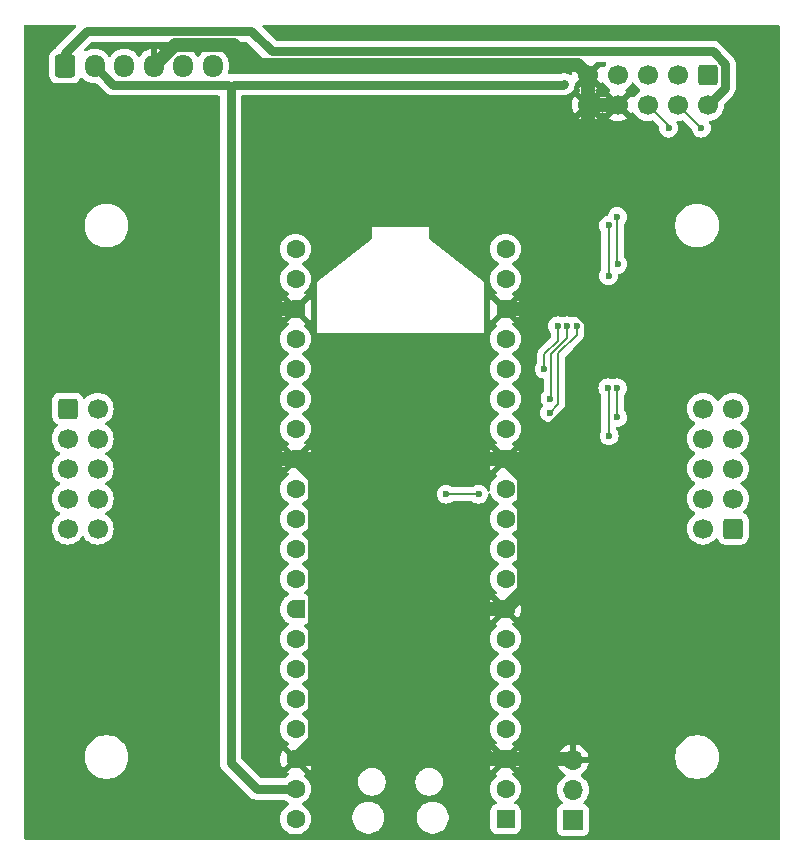
<source format=gbl>
G04 #@! TF.GenerationSoftware,KiCad,Pcbnew,8.0.5*
G04 #@! TF.CreationDate,2024-10-05T13:15:26+02:00*
G04 #@! TF.ProjectId,auxboard,61757862-6f61-4726-942e-6b696361645f,rev?*
G04 #@! TF.SameCoordinates,Original*
G04 #@! TF.FileFunction,Copper,L2,Bot*
G04 #@! TF.FilePolarity,Positive*
%FSLAX46Y46*%
G04 Gerber Fmt 4.6, Leading zero omitted, Abs format (unit mm)*
G04 Created by KiCad (PCBNEW 8.0.5) date 2024-10-05 13:15:26*
%MOMM*%
%LPD*%
G01*
G04 APERTURE LIST*
G04 Aperture macros list*
%AMRoundRect*
0 Rectangle with rounded corners*
0 $1 Rounding radius*
0 $2 $3 $4 $5 $6 $7 $8 $9 X,Y pos of 4 corners*
0 Add a 4 corners polygon primitive as box body*
4,1,4,$2,$3,$4,$5,$6,$7,$8,$9,$2,$3,0*
0 Add four circle primitives for the rounded corners*
1,1,$1+$1,$2,$3*
1,1,$1+$1,$4,$5*
1,1,$1+$1,$6,$7*
1,1,$1+$1,$8,$9*
0 Add four rect primitives between the rounded corners*
20,1,$1+$1,$2,$3,$4,$5,0*
20,1,$1+$1,$4,$5,$6,$7,0*
20,1,$1+$1,$6,$7,$8,$9,0*
20,1,$1+$1,$8,$9,$2,$3,0*%
%AMFreePoly0*
4,1,28,0.605014,0.794986,0.644504,0.794986,0.724698,0.756366,0.780194,0.686777,0.800000,0.600000,0.800000,-0.600000,0.780194,-0.686777,0.724698,-0.756366,0.644504,-0.794986,0.605014,-0.794986,0.600000,-0.800000,0.000000,-0.800000,-0.178017,-0.779942,-0.347107,-0.720775,-0.498792,-0.625465,-0.625465,-0.498792,-0.720775,-0.347107,-0.779942,-0.178017,-0.800000,0.000000,-0.779942,0.178017,
-0.720775,0.347107,-0.625465,0.498792,-0.498792,0.625465,-0.347107,0.720775,-0.178017,0.779942,0.000000,0.800000,0.600000,0.800000,0.605014,0.794986,0.605014,0.794986,$1*%
%AMFreePoly1*
4,1,28,0.178017,0.779942,0.347107,0.720775,0.498792,0.625465,0.625465,0.498792,0.720775,0.347107,0.779942,0.178017,0.800000,0.000000,0.779942,-0.178017,0.720775,-0.347107,0.625465,-0.498792,0.498792,-0.625465,0.347107,-0.720775,0.178017,-0.779942,0.000000,-0.800000,-0.600000,-0.800000,-0.605014,-0.794986,-0.644504,-0.794986,-0.724698,-0.756366,-0.780194,-0.686777,-0.800000,-0.600000,
-0.800000,0.600000,-0.780194,0.686777,-0.724698,0.756366,-0.644504,0.794986,-0.605014,0.794986,-0.600000,0.800000,0.000000,0.800000,0.178017,0.779942,0.178017,0.779942,$1*%
G04 Aperture macros list end*
G04 #@! TA.AperFunction,ComponentPad*
%ADD10RoundRect,0.250000X-0.600000X0.600000X-0.600000X-0.600000X0.600000X-0.600000X0.600000X0.600000X0*%
G04 #@! TD*
G04 #@! TA.AperFunction,ComponentPad*
%ADD11C,1.700000*%
G04 #@! TD*
G04 #@! TA.AperFunction,ComponentPad*
%ADD12RoundRect,0.250000X-0.600000X-0.600000X0.600000X-0.600000X0.600000X0.600000X-0.600000X0.600000X0*%
G04 #@! TD*
G04 #@! TA.AperFunction,ComponentPad*
%ADD13RoundRect,0.250000X-0.600000X-0.725000X0.600000X-0.725000X0.600000X0.725000X-0.600000X0.725000X0*%
G04 #@! TD*
G04 #@! TA.AperFunction,ComponentPad*
%ADD14O,1.700000X1.950000*%
G04 #@! TD*
G04 #@! TA.AperFunction,ComponentPad*
%ADD15RoundRect,0.250000X0.600000X0.600000X-0.600000X0.600000X-0.600000X-0.600000X0.600000X-0.600000X0*%
G04 #@! TD*
G04 #@! TA.AperFunction,ComponentPad*
%ADD16RoundRect,0.200000X0.600000X0.600000X-0.600000X0.600000X-0.600000X-0.600000X0.600000X-0.600000X0*%
G04 #@! TD*
G04 #@! TA.AperFunction,ComponentPad*
%ADD17C,1.600000*%
G04 #@! TD*
G04 #@! TA.AperFunction,ComponentPad*
%ADD18FreePoly0,180.000000*%
G04 #@! TD*
G04 #@! TA.AperFunction,ComponentPad*
%ADD19FreePoly1,180.000000*%
G04 #@! TD*
G04 #@! TA.AperFunction,ComponentPad*
%ADD20R,1.700000X1.700000*%
G04 #@! TD*
G04 #@! TA.AperFunction,ComponentPad*
%ADD21O,1.700000X1.700000*%
G04 #@! TD*
G04 #@! TA.AperFunction,ViaPad*
%ADD22C,0.600000*%
G04 #@! TD*
G04 #@! TA.AperFunction,Conductor*
%ADD23C,0.200000*%
G04 #@! TD*
G04 #@! TA.AperFunction,Conductor*
%ADD24C,1.200000*%
G04 #@! TD*
G04 #@! TA.AperFunction,Conductor*
%ADD25C,0.800000*%
G04 #@! TD*
G04 APERTURE END LIST*
D10*
X158410000Y-54750000D03*
D11*
X158410000Y-57290000D03*
X155870000Y-54750000D03*
X155870000Y-57290000D03*
X153330000Y-54750000D03*
X153330000Y-57290000D03*
X150790000Y-54750000D03*
X150790000Y-57290000D03*
X148250000Y-54750000D03*
X148250000Y-57290000D03*
D12*
X104210000Y-83000000D03*
D11*
X106750000Y-83000000D03*
X104210000Y-85540000D03*
X106750000Y-85540000D03*
X104210000Y-88080000D03*
X106750000Y-88080000D03*
X104210000Y-90620000D03*
X106750000Y-90620000D03*
X104210000Y-93160000D03*
X106750000Y-93160000D03*
D13*
X104000000Y-54000000D03*
D14*
X106500000Y-54000000D03*
X109000000Y-54000000D03*
X111500000Y-54000000D03*
X114000000Y-54000000D03*
X116500000Y-54000000D03*
D15*
X160540000Y-93160000D03*
D11*
X158000000Y-93160000D03*
X160540000Y-90620000D03*
X158000000Y-90620000D03*
X160540000Y-88080000D03*
X158000000Y-88080000D03*
X160540000Y-85540000D03*
X158000000Y-85540000D03*
X160540000Y-83000000D03*
X158000000Y-83000000D03*
D16*
X141280000Y-117760000D03*
D17*
X141280000Y-115220000D03*
D18*
X141280000Y-112680000D03*
D17*
X141280000Y-110140000D03*
X141280000Y-107600000D03*
X141280000Y-105060000D03*
X141280000Y-102520000D03*
D18*
X141280000Y-99980000D03*
D17*
X141280000Y-97440000D03*
X141280000Y-94900000D03*
X141280000Y-92360000D03*
X141280000Y-89820000D03*
D18*
X141280000Y-87280000D03*
D17*
X141280000Y-84740000D03*
X141280000Y-82200000D03*
X141280000Y-79660000D03*
X141280000Y-77120000D03*
D18*
X141280000Y-74580000D03*
D17*
X141280000Y-72040000D03*
X141280000Y-69500000D03*
X123500000Y-69500000D03*
X123500000Y-72040000D03*
D19*
X123500000Y-74580000D03*
D17*
X123500000Y-77120000D03*
X123500000Y-79660000D03*
X123500000Y-82200000D03*
X123500000Y-84740000D03*
D19*
X123500000Y-87280000D03*
D17*
X123500000Y-89820000D03*
X123500000Y-92360000D03*
X123500000Y-94900000D03*
X123500000Y-97440000D03*
D19*
X123500000Y-99980000D03*
D17*
X123500000Y-102520000D03*
X123500000Y-105060000D03*
X123500000Y-107600000D03*
X123500000Y-110140000D03*
D19*
X123500000Y-112680000D03*
D17*
X123500000Y-115220000D03*
X123500000Y-117760000D03*
D20*
X147000000Y-117830000D03*
D21*
X147000000Y-115290000D03*
X147000000Y-112750000D03*
D22*
X150750000Y-83750000D03*
X150750000Y-81250000D03*
X150784148Y-70784148D03*
X150750000Y-66750000D03*
X146750000Y-86250000D03*
X120000000Y-76000000D03*
X148500000Y-79000000D03*
X146750000Y-92500000D03*
X113750000Y-87250000D03*
X120000000Y-81750000D03*
X113750000Y-81750000D03*
X146500000Y-76000000D03*
X145049265Y-82150000D03*
X157860000Y-59250000D03*
X147299997Y-76002763D03*
X136250000Y-90250000D03*
X139000000Y-90250000D03*
X145018329Y-83350000D03*
X145699997Y-76000000D03*
X144549265Y-79650000D03*
X155080000Y-59250000D03*
X150000000Y-71750000D03*
X150000000Y-67500000D03*
X150049265Y-85299265D03*
X149949997Y-81250000D03*
X146250000Y-55500000D03*
D23*
X150750000Y-81250000D02*
X150750000Y-83750000D01*
X150750000Y-66750000D02*
X150750000Y-70750000D01*
X150750000Y-70750000D02*
X150784148Y-70784148D01*
D24*
X119975000Y-53950000D02*
X147450000Y-53950000D01*
X141280000Y-87280000D02*
X123500000Y-87280000D01*
X123500000Y-87280000D02*
X121280000Y-87280000D01*
X111500000Y-54000000D02*
X113275000Y-52225000D01*
X141280000Y-87280000D02*
X142643964Y-87280000D01*
D25*
X113750000Y-87250000D02*
X113750000Y-81750000D01*
D24*
X148250000Y-54750000D02*
X148250000Y-57290000D01*
X148250000Y-57290000D02*
X148250000Y-73762870D01*
X139930000Y-112680000D02*
X138500000Y-111250000D01*
X139020000Y-99980000D02*
X141280000Y-99980000D01*
X113275000Y-52225000D02*
X118250000Y-52225000D01*
X147432869Y-74580000D02*
X141280000Y-74580000D01*
X120000000Y-76000000D02*
X120000000Y-81750000D01*
X142643964Y-87280000D02*
X148500000Y-81423964D01*
X148500000Y-81423964D02*
X148500000Y-75647131D01*
X141280000Y-99980000D02*
X142880000Y-98380000D01*
X141280000Y-112680000D02*
X123500000Y-112680000D01*
X146930000Y-112680000D02*
X147000000Y-112750000D01*
X125110031Y-88890031D02*
X123500000Y-87280000D01*
D25*
X148250000Y-54750000D02*
X147500000Y-54000000D01*
D24*
X148250000Y-73762870D02*
X147432870Y-74580000D01*
X118250000Y-52225000D02*
X119975000Y-53950000D01*
X138500000Y-111250000D02*
X138500000Y-100500000D01*
X141280000Y-112680000D02*
X139930000Y-112680000D01*
X142880000Y-88880000D02*
X141280000Y-87280000D01*
X120670000Y-74580000D02*
X120000000Y-75250000D01*
X121280000Y-87280000D02*
X120000000Y-86000000D01*
X142880000Y-98380000D02*
X142880000Y-88880000D01*
X141280000Y-112680000D02*
X146930000Y-112680000D01*
X147432870Y-74580000D02*
X147432869Y-74580000D01*
X123500000Y-112680000D02*
X125110031Y-111069969D01*
X148500000Y-75647131D02*
X147432869Y-74580000D01*
X120000000Y-75250000D02*
X120000000Y-76000000D01*
X120000000Y-81750000D02*
X120000000Y-86000000D01*
D25*
X146750000Y-86250000D02*
X146750000Y-92500000D01*
D24*
X150790000Y-57290000D02*
X148250000Y-57290000D01*
X123500000Y-74580000D02*
X120670000Y-74580000D01*
X147450000Y-53950000D02*
X148250000Y-54750000D01*
X125110031Y-111069969D02*
X125110031Y-88890031D01*
X138500000Y-100500000D02*
X139020000Y-99980000D01*
D23*
X145049265Y-82150000D02*
X145149265Y-82050000D01*
X145149265Y-78366418D02*
X146500000Y-77015683D01*
X146500000Y-77015683D02*
X146500000Y-76000000D01*
X145149265Y-82050000D02*
X145149265Y-78366418D01*
X147299997Y-76781372D02*
X147299997Y-76002763D01*
X157830000Y-59250000D02*
X155870000Y-57290000D01*
X136250000Y-90250000D02*
X139000000Y-90250000D01*
X145750000Y-82618329D02*
X145750000Y-78331369D01*
X157860000Y-59250000D02*
X157830000Y-59250000D01*
X145018329Y-83350000D02*
X145750000Y-82618329D01*
X145750000Y-78331369D02*
X147299997Y-76781372D01*
X144549265Y-79650000D02*
X144549265Y-78400732D01*
X145699997Y-76000000D02*
X145699997Y-77250000D01*
X155080000Y-59040000D02*
X153330000Y-57290000D01*
X144549265Y-78400732D02*
X145699997Y-77250000D01*
X155080000Y-59250000D02*
X155080000Y-59040000D01*
X150000000Y-67500000D02*
X150000000Y-71750000D01*
X149949997Y-81250000D02*
X150000000Y-81300003D01*
X150000000Y-81300003D02*
X150000000Y-85250000D01*
X150000000Y-85250000D02*
X150049265Y-85299265D01*
D25*
X123500000Y-115220000D02*
X120220000Y-115220000D01*
X118250000Y-55575000D02*
X118000000Y-55825000D01*
X146175000Y-55575000D02*
X118250000Y-55575000D01*
X108075000Y-55575000D02*
X116250000Y-55575000D01*
X146250000Y-55500000D02*
X146175000Y-55575000D01*
X116250000Y-55575000D02*
X117750000Y-55575000D01*
X120220000Y-115220000D02*
X118000000Y-113000000D01*
X118000000Y-55825000D02*
X117750000Y-55575000D01*
X118000000Y-113000000D02*
X118000000Y-55825000D01*
X106500000Y-54000000D02*
X108075000Y-55575000D01*
X121475000Y-52750000D02*
X119750000Y-51025000D01*
X119750000Y-51025000D02*
X105875000Y-51025000D01*
X158410000Y-57290000D02*
X159860000Y-55840000D01*
X159860000Y-53790990D02*
X158819010Y-52750000D01*
X105875000Y-51025000D02*
X104000000Y-52900000D01*
X158819010Y-52750000D02*
X121475000Y-52750000D01*
X159860000Y-55840000D02*
X159860000Y-53790990D01*
X104000000Y-52900000D02*
X104000000Y-54000000D01*
G04 #@! TA.AperFunction,Conductor*
G36*
X104893678Y-50520185D02*
G01*
X104939433Y-50572989D01*
X104949377Y-50642147D01*
X104920352Y-50705703D01*
X104914320Y-50712181D01*
X103300538Y-52325960D01*
X103300537Y-52325961D01*
X103261064Y-52385039D01*
X103261063Y-52385040D01*
X103201986Y-52473453D01*
X103186952Y-52509750D01*
X103143110Y-52564153D01*
X103111399Y-52580001D01*
X103080667Y-52590185D01*
X102931342Y-52682289D01*
X102807289Y-52806342D01*
X102715187Y-52955663D01*
X102715186Y-52955666D01*
X102660001Y-53122203D01*
X102660001Y-53122204D01*
X102660000Y-53122204D01*
X102649500Y-53224983D01*
X102649500Y-54775001D01*
X102649501Y-54775018D01*
X102660000Y-54877796D01*
X102660001Y-54877799D01*
X102705894Y-55016294D01*
X102715186Y-55044334D01*
X102807288Y-55193656D01*
X102931344Y-55317712D01*
X103080666Y-55409814D01*
X103247203Y-55464999D01*
X103349991Y-55475500D01*
X104650008Y-55475499D01*
X104752797Y-55464999D01*
X104919334Y-55409814D01*
X105068656Y-55317712D01*
X105192712Y-55193656D01*
X105284814Y-55044334D01*
X105284814Y-55044331D01*
X105288178Y-55038879D01*
X105340126Y-54992154D01*
X105409088Y-54980931D01*
X105473170Y-55008774D01*
X105481398Y-55016294D01*
X105620213Y-55155109D01*
X105792179Y-55280048D01*
X105792181Y-55280049D01*
X105792184Y-55280051D01*
X105981588Y-55376557D01*
X106183757Y-55442246D01*
X106393713Y-55475500D01*
X106393714Y-55475500D01*
X106606280Y-55475500D01*
X106606287Y-55475500D01*
X106626510Y-55472296D01*
X106695798Y-55481249D01*
X106733588Y-55507088D01*
X107091426Y-55864925D01*
X107375536Y-56149035D01*
X107473984Y-56247483D01*
X107500966Y-56274465D01*
X107560043Y-56313939D01*
X107648453Y-56373013D01*
X107758509Y-56418599D01*
X107758512Y-56418600D01*
X107758513Y-56418601D01*
X107812329Y-56440892D01*
X107812334Y-56440894D01*
X107812338Y-56440894D01*
X107812339Y-56440895D01*
X107986305Y-56475500D01*
X107986308Y-56475500D01*
X107986309Y-56475500D01*
X116161309Y-56475500D01*
X116975500Y-56475500D01*
X117042539Y-56495185D01*
X117088294Y-56547989D01*
X117099500Y-56599500D01*
X117099500Y-113088696D01*
X117134103Y-113262659D01*
X117134106Y-113262669D01*
X117157942Y-113320213D01*
X117201984Y-113426542D01*
X117201987Y-113426547D01*
X117219958Y-113453444D01*
X117219960Y-113453446D01*
X117300532Y-113574031D01*
X117300538Y-113574039D01*
X119645964Y-115919464D01*
X119645966Y-115919466D01*
X119705036Y-115958933D01*
X119705039Y-115958936D01*
X119793450Y-116018011D01*
X119793453Y-116018013D01*
X119875393Y-116051953D01*
X119957334Y-116085895D01*
X120131303Y-116120499D01*
X120131307Y-116120500D01*
X120131308Y-116120500D01*
X120131309Y-116120500D01*
X122509952Y-116120500D01*
X122576991Y-116140185D01*
X122597628Y-116156814D01*
X122660861Y-116220047D01*
X122847266Y-116350568D01*
X122905275Y-116377618D01*
X122957714Y-116423791D01*
X122976866Y-116490984D01*
X122956650Y-116557865D01*
X122905275Y-116602381D01*
X122888272Y-116610310D01*
X122847267Y-116629431D01*
X122847265Y-116629432D01*
X122660858Y-116759954D01*
X122499954Y-116920858D01*
X122369432Y-117107265D01*
X122369431Y-117107267D01*
X122273261Y-117313502D01*
X122273258Y-117313511D01*
X122214366Y-117533302D01*
X122214364Y-117533313D01*
X122194532Y-117759998D01*
X122194532Y-117760001D01*
X122214364Y-117986686D01*
X122214366Y-117986697D01*
X122273258Y-118206488D01*
X122273261Y-118206497D01*
X122369431Y-118412732D01*
X122369432Y-118412734D01*
X122499954Y-118599141D01*
X122660858Y-118760045D01*
X122660861Y-118760047D01*
X122847266Y-118890568D01*
X123053504Y-118986739D01*
X123273308Y-119045635D01*
X123435230Y-119059801D01*
X123499998Y-119065468D01*
X123500000Y-119065468D01*
X123500002Y-119065468D01*
X123556784Y-119060500D01*
X123726692Y-119045635D01*
X123946496Y-118986739D01*
X124152734Y-118890568D01*
X124339139Y-118760047D01*
X124500047Y-118599139D01*
X124630568Y-118412734D01*
X124726739Y-118206496D01*
X124785635Y-117986692D01*
X124805468Y-117760000D01*
X124785635Y-117533308D01*
X124783064Y-117523713D01*
X128314500Y-117523713D01*
X128314500Y-117736287D01*
X128347754Y-117946243D01*
X128360898Y-117986697D01*
X128413444Y-118148414D01*
X128509951Y-118337820D01*
X128634890Y-118509786D01*
X128785213Y-118660109D01*
X128957179Y-118785048D01*
X128957181Y-118785049D01*
X128957184Y-118785051D01*
X129146588Y-118881557D01*
X129348757Y-118947246D01*
X129558713Y-118980500D01*
X129558714Y-118980500D01*
X129771286Y-118980500D01*
X129771287Y-118980500D01*
X129981243Y-118947246D01*
X130183412Y-118881557D01*
X130372816Y-118785051D01*
X130451502Y-118727883D01*
X130544786Y-118660109D01*
X130544788Y-118660106D01*
X130544792Y-118660104D01*
X130695104Y-118509792D01*
X130695106Y-118509788D01*
X130695109Y-118509786D01*
X130820048Y-118337820D01*
X130820047Y-118337820D01*
X130820051Y-118337816D01*
X130916557Y-118148412D01*
X130982246Y-117946243D01*
X131015500Y-117736287D01*
X131015500Y-117523713D01*
X133764500Y-117523713D01*
X133764500Y-117736287D01*
X133797754Y-117946243D01*
X133810898Y-117986697D01*
X133863444Y-118148414D01*
X133959951Y-118337820D01*
X134084890Y-118509786D01*
X134235213Y-118660109D01*
X134407179Y-118785048D01*
X134407181Y-118785049D01*
X134407184Y-118785051D01*
X134596588Y-118881557D01*
X134798757Y-118947246D01*
X135008713Y-118980500D01*
X135008714Y-118980500D01*
X135221286Y-118980500D01*
X135221287Y-118980500D01*
X135431243Y-118947246D01*
X135633412Y-118881557D01*
X135822816Y-118785051D01*
X135901502Y-118727883D01*
X135994786Y-118660109D01*
X135994788Y-118660106D01*
X135994792Y-118660104D01*
X136145104Y-118509792D01*
X136145106Y-118509788D01*
X136145109Y-118509786D01*
X136270048Y-118337820D01*
X136270047Y-118337820D01*
X136270051Y-118337816D01*
X136366557Y-118148412D01*
X136432246Y-117946243D01*
X136465500Y-117736287D01*
X136465500Y-117523713D01*
X136432246Y-117313757D01*
X136366557Y-117111588D01*
X136270051Y-116922184D01*
X136270049Y-116922181D01*
X136270048Y-116922179D01*
X136145109Y-116750213D01*
X135994786Y-116599890D01*
X135822820Y-116474951D01*
X135633414Y-116378444D01*
X135633413Y-116378443D01*
X135633412Y-116378443D01*
X135431243Y-116312754D01*
X135431241Y-116312753D01*
X135431240Y-116312753D01*
X135245443Y-116283326D01*
X135221287Y-116279500D01*
X135008713Y-116279500D01*
X134984557Y-116283326D01*
X134798760Y-116312753D01*
X134596585Y-116378444D01*
X134407179Y-116474951D01*
X134235213Y-116599890D01*
X134084890Y-116750213D01*
X133959951Y-116922179D01*
X133863444Y-117111585D01*
X133797753Y-117313760D01*
X133764500Y-117523713D01*
X131015500Y-117523713D01*
X130982246Y-117313757D01*
X130916557Y-117111588D01*
X130820051Y-116922184D01*
X130820049Y-116922181D01*
X130820048Y-116922179D01*
X130695109Y-116750213D01*
X130544786Y-116599890D01*
X130372820Y-116474951D01*
X130183414Y-116378444D01*
X130183413Y-116378443D01*
X130183412Y-116378443D01*
X129981243Y-116312754D01*
X129981241Y-116312753D01*
X129981240Y-116312753D01*
X129795443Y-116283326D01*
X129771287Y-116279500D01*
X129558713Y-116279500D01*
X129534557Y-116283326D01*
X129348760Y-116312753D01*
X129146585Y-116378444D01*
X128957179Y-116474951D01*
X128785213Y-116599890D01*
X128634890Y-116750213D01*
X128509951Y-116922179D01*
X128413444Y-117111585D01*
X128347753Y-117313760D01*
X128314500Y-117523713D01*
X124783064Y-117523713D01*
X124726739Y-117313504D01*
X124630568Y-117107266D01*
X124507936Y-116932128D01*
X124500045Y-116920858D01*
X124339141Y-116759954D01*
X124152734Y-116629432D01*
X124152728Y-116629429D01*
X124125038Y-116616517D01*
X124094724Y-116602381D01*
X124042285Y-116556210D01*
X124023133Y-116489017D01*
X124043348Y-116422135D01*
X124094725Y-116377618D01*
X124152734Y-116350568D01*
X124339139Y-116220047D01*
X124500047Y-116059139D01*
X124630568Y-115872734D01*
X124726739Y-115666496D01*
X124785635Y-115446692D01*
X124805468Y-115220000D01*
X124805126Y-115216096D01*
X124790997Y-115054596D01*
X124785635Y-114993308D01*
X124726739Y-114773504D01*
X124630568Y-114567266D01*
X124588710Y-114507486D01*
X128789500Y-114507486D01*
X128789500Y-114692513D01*
X128818445Y-114875265D01*
X128875619Y-115051232D01*
X128875620Y-115051235D01*
X128959622Y-115216096D01*
X129068379Y-115365787D01*
X129199213Y-115496621D01*
X129348904Y-115605378D01*
X129429763Y-115646577D01*
X129513764Y-115689379D01*
X129513767Y-115689380D01*
X129601750Y-115717967D01*
X129689736Y-115746555D01*
X129872486Y-115775500D01*
X129872487Y-115775500D01*
X130057513Y-115775500D01*
X130057514Y-115775500D01*
X130240264Y-115746555D01*
X130416235Y-115689379D01*
X130581096Y-115605378D01*
X130730787Y-115496621D01*
X130861621Y-115365787D01*
X130970378Y-115216096D01*
X131054379Y-115051235D01*
X131111555Y-114875264D01*
X131140500Y-114692514D01*
X131140500Y-114507486D01*
X133639500Y-114507486D01*
X133639500Y-114692513D01*
X133668445Y-114875265D01*
X133725619Y-115051232D01*
X133725620Y-115051235D01*
X133809622Y-115216096D01*
X133918379Y-115365787D01*
X134049213Y-115496621D01*
X134198904Y-115605378D01*
X134279763Y-115646577D01*
X134363764Y-115689379D01*
X134363767Y-115689380D01*
X134451750Y-115717967D01*
X134539736Y-115746555D01*
X134722486Y-115775500D01*
X134722487Y-115775500D01*
X134907513Y-115775500D01*
X134907514Y-115775500D01*
X135090264Y-115746555D01*
X135266235Y-115689379D01*
X135431096Y-115605378D01*
X135580787Y-115496621D01*
X135711621Y-115365787D01*
X135820378Y-115216096D01*
X135904379Y-115051235D01*
X135961555Y-114875264D01*
X135990500Y-114692514D01*
X135990500Y-114507486D01*
X135961555Y-114324736D01*
X135927509Y-114219951D01*
X135904380Y-114148767D01*
X135904379Y-114148764D01*
X135827149Y-113997193D01*
X135820378Y-113983904D01*
X135711621Y-113834213D01*
X135580787Y-113703379D01*
X135431096Y-113594622D01*
X135382100Y-113569657D01*
X135266235Y-113510620D01*
X135266232Y-113510619D01*
X135090265Y-113453445D01*
X134998889Y-113438972D01*
X134907514Y-113424500D01*
X134722486Y-113424500D01*
X134661569Y-113434148D01*
X134539734Y-113453445D01*
X134363767Y-113510619D01*
X134363764Y-113510620D01*
X134198903Y-113594622D01*
X134113499Y-113656672D01*
X134049213Y-113703379D01*
X134049211Y-113703381D01*
X134049210Y-113703381D01*
X133918381Y-113834210D01*
X133918381Y-113834211D01*
X133918379Y-113834213D01*
X133913093Y-113841489D01*
X133809622Y-113983903D01*
X133725620Y-114148764D01*
X133725619Y-114148767D01*
X133668445Y-114324734D01*
X133639500Y-114507486D01*
X131140500Y-114507486D01*
X131111555Y-114324736D01*
X131077509Y-114219951D01*
X131054380Y-114148767D01*
X131054379Y-114148764D01*
X130977149Y-113997193D01*
X130970378Y-113983904D01*
X130861621Y-113834213D01*
X130730787Y-113703379D01*
X130581096Y-113594622D01*
X130532100Y-113569657D01*
X130416235Y-113510620D01*
X130416232Y-113510619D01*
X130240265Y-113453445D01*
X130148889Y-113438972D01*
X130057514Y-113424500D01*
X129872486Y-113424500D01*
X129811569Y-113434148D01*
X129689734Y-113453445D01*
X129513767Y-113510619D01*
X129513764Y-113510620D01*
X129348903Y-113594622D01*
X129263499Y-113656672D01*
X129199213Y-113703379D01*
X129199211Y-113703381D01*
X129199210Y-113703381D01*
X129068381Y-113834210D01*
X129068381Y-113834211D01*
X129068379Y-113834213D01*
X129063093Y-113841489D01*
X128959622Y-113983903D01*
X128875620Y-114148764D01*
X128875619Y-114148767D01*
X128818445Y-114324734D01*
X128789500Y-114507486D01*
X124588710Y-114507486D01*
X124500047Y-114380861D01*
X124500045Y-114380858D01*
X124339141Y-114219954D01*
X124272490Y-114173285D01*
X124228865Y-114118709D01*
X124221671Y-114049210D01*
X124253194Y-113986855D01*
X124306259Y-113953470D01*
X124364766Y-113934986D01*
X124389514Y-113923067D01*
X123629410Y-113162962D01*
X123692993Y-113145925D01*
X123807007Y-113080099D01*
X123900099Y-112987007D01*
X123965925Y-112872993D01*
X123982962Y-112809410D01*
X124743209Y-113569657D01*
X124777163Y-113481388D01*
X124777164Y-113481385D01*
X124797481Y-113392374D01*
X124809198Y-113310885D01*
X124809198Y-113310884D01*
X124805413Y-113264607D01*
X124805000Y-113254499D01*
X124805000Y-112760245D01*
X124805780Y-112746358D01*
X124806886Y-112736544D01*
X124806886Y-112623455D01*
X124805780Y-112613641D01*
X124805000Y-112599755D01*
X124805000Y-112148951D01*
X124806262Y-112131304D01*
X124809198Y-112110883D01*
X124809198Y-112110881D01*
X124797481Y-111967626D01*
X124777166Y-111878624D01*
X124777165Y-111878617D01*
X124752365Y-111800119D01*
X124745366Y-111788184D01*
X123982962Y-112550589D01*
X123965925Y-112487007D01*
X123900099Y-112372993D01*
X123807007Y-112279901D01*
X123692993Y-112214075D01*
X123629409Y-112197037D01*
X124389514Y-111436931D01*
X124389513Y-111436930D01*
X124364764Y-111425012D01*
X124364753Y-111425007D01*
X124303031Y-111401266D01*
X124247528Y-111358826D01*
X124223781Y-111293116D01*
X124239329Y-111224998D01*
X124276424Y-111183959D01*
X124339139Y-111140047D01*
X124500047Y-110979139D01*
X124630568Y-110792734D01*
X124726739Y-110586496D01*
X124785635Y-110366692D01*
X124805468Y-110140000D01*
X124785635Y-109913308D01*
X124726739Y-109693504D01*
X124630568Y-109487266D01*
X124500047Y-109300861D01*
X124500045Y-109300858D01*
X124339141Y-109139954D01*
X124152734Y-109009432D01*
X124152728Y-109009429D01*
X124094725Y-108982382D01*
X124042285Y-108936210D01*
X124023133Y-108869017D01*
X124043348Y-108802135D01*
X124094725Y-108757618D01*
X124152734Y-108730568D01*
X124339139Y-108600047D01*
X124500047Y-108439139D01*
X124630568Y-108252734D01*
X124726739Y-108046496D01*
X124785635Y-107826692D01*
X124805468Y-107600000D01*
X124785635Y-107373308D01*
X124726739Y-107153504D01*
X124630568Y-106947266D01*
X124500047Y-106760861D01*
X124500045Y-106760858D01*
X124339141Y-106599954D01*
X124152734Y-106469432D01*
X124152728Y-106469429D01*
X124094725Y-106442382D01*
X124042285Y-106396210D01*
X124023133Y-106329017D01*
X124043348Y-106262135D01*
X124094725Y-106217618D01*
X124152734Y-106190568D01*
X124339139Y-106060047D01*
X124500047Y-105899139D01*
X124630568Y-105712734D01*
X124726739Y-105506496D01*
X124785635Y-105286692D01*
X124805468Y-105060000D01*
X124785635Y-104833308D01*
X124726739Y-104613504D01*
X124630568Y-104407266D01*
X124500047Y-104220861D01*
X124500045Y-104220858D01*
X124339141Y-104059954D01*
X124152734Y-103929432D01*
X124152728Y-103929429D01*
X124094725Y-103902382D01*
X124042285Y-103856210D01*
X124023133Y-103789017D01*
X124043348Y-103722135D01*
X124094725Y-103677618D01*
X124152734Y-103650568D01*
X124339139Y-103520047D01*
X124500047Y-103359139D01*
X124630568Y-103172734D01*
X124726739Y-102966496D01*
X124785635Y-102746692D01*
X124805468Y-102520000D01*
X124785635Y-102293308D01*
X124726739Y-102073504D01*
X124630568Y-101867266D01*
X124500047Y-101680861D01*
X124500045Y-101680858D01*
X124339141Y-101519954D01*
X124273001Y-101473643D01*
X124229376Y-101419067D01*
X124222182Y-101349568D01*
X124253704Y-101287213D01*
X124306766Y-101253829D01*
X124364980Y-101235438D01*
X124447236Y-101195825D01*
X124518320Y-101154137D01*
X124623123Y-101055558D01*
X124680045Y-100984179D01*
X124725998Y-100915783D01*
X124777652Y-100781495D01*
X124797968Y-100692487D01*
X124809697Y-100610917D01*
X124805913Y-100564644D01*
X124805500Y-100554537D01*
X124805500Y-100060274D01*
X124806280Y-100046387D01*
X124807383Y-100036600D01*
X124807383Y-99923398D01*
X124806280Y-99913610D01*
X124805500Y-99899725D01*
X124805500Y-99448973D01*
X124806762Y-99431325D01*
X124809697Y-99410912D01*
X124797968Y-99267515D01*
X124797968Y-99267513D01*
X124777652Y-99178505D01*
X124752830Y-99099933D01*
X124747205Y-99090342D01*
X124719683Y-99043412D01*
X124680045Y-98975821D01*
X124623123Y-98904442D01*
X124623113Y-98904431D01*
X124566668Y-98844420D01*
X124566663Y-98844416D01*
X124447241Y-98764178D01*
X124447236Y-98764175D01*
X124390664Y-98736931D01*
X124364980Y-98724562D01*
X124364976Y-98724560D01*
X124364973Y-98724559D01*
X124364972Y-98724558D01*
X124303523Y-98700922D01*
X124248020Y-98658482D01*
X124224273Y-98592772D01*
X124239821Y-98524654D01*
X124276917Y-98483614D01*
X124339139Y-98440047D01*
X124500047Y-98279139D01*
X124630568Y-98092734D01*
X124726739Y-97886496D01*
X124785635Y-97666692D01*
X124805468Y-97440000D01*
X124785635Y-97213308D01*
X124726739Y-96993504D01*
X124630568Y-96787266D01*
X124500047Y-96600861D01*
X124500045Y-96600858D01*
X124339141Y-96439954D01*
X124152734Y-96309432D01*
X124152728Y-96309429D01*
X124094725Y-96282382D01*
X124042285Y-96236210D01*
X124023133Y-96169017D01*
X124043348Y-96102135D01*
X124094725Y-96057618D01*
X124152734Y-96030568D01*
X124339139Y-95900047D01*
X124500047Y-95739139D01*
X124630568Y-95552734D01*
X124726739Y-95346496D01*
X124785635Y-95126692D01*
X124805468Y-94900000D01*
X124785635Y-94673308D01*
X124726739Y-94453504D01*
X124630568Y-94247266D01*
X124500047Y-94060861D01*
X124500045Y-94060858D01*
X124339141Y-93899954D01*
X124152734Y-93769432D01*
X124152728Y-93769429D01*
X124094725Y-93742382D01*
X124042285Y-93696210D01*
X124023133Y-93629017D01*
X124043348Y-93562135D01*
X124094725Y-93517618D01*
X124152734Y-93490568D01*
X124339139Y-93360047D01*
X124500047Y-93199139D01*
X124630568Y-93012734D01*
X124726739Y-92806496D01*
X124785635Y-92586692D01*
X124805468Y-92360000D01*
X124785635Y-92133308D01*
X124726739Y-91913504D01*
X124630568Y-91707266D01*
X124500047Y-91520861D01*
X124500045Y-91520858D01*
X124339141Y-91359954D01*
X124152734Y-91229432D01*
X124152728Y-91229429D01*
X124094725Y-91202382D01*
X124042285Y-91156210D01*
X124023133Y-91089017D01*
X124043348Y-91022135D01*
X124094725Y-90977618D01*
X124152734Y-90950568D01*
X124339139Y-90820047D01*
X124500047Y-90659139D01*
X124630568Y-90472734D01*
X124726739Y-90266496D01*
X124731160Y-90249996D01*
X135444435Y-90249996D01*
X135444435Y-90250003D01*
X135464630Y-90429249D01*
X135464631Y-90429254D01*
X135524211Y-90599523D01*
X135561672Y-90659141D01*
X135620184Y-90752262D01*
X135747738Y-90879816D01*
X135900478Y-90975789D01*
X136032927Y-91022135D01*
X136070745Y-91035368D01*
X136070750Y-91035369D01*
X136249996Y-91055565D01*
X136250000Y-91055565D01*
X136250004Y-91055565D01*
X136429249Y-91035369D01*
X136429252Y-91035368D01*
X136429255Y-91035368D01*
X136599522Y-90975789D01*
X136752262Y-90879816D01*
X136752267Y-90879810D01*
X136755097Y-90877555D01*
X136757275Y-90876665D01*
X136758158Y-90876111D01*
X136758255Y-90876265D01*
X136819783Y-90851145D01*
X136832412Y-90850500D01*
X138417588Y-90850500D01*
X138484627Y-90870185D01*
X138494903Y-90877555D01*
X138497736Y-90879814D01*
X138497738Y-90879816D01*
X138650478Y-90975789D01*
X138782927Y-91022135D01*
X138820745Y-91035368D01*
X138820750Y-91035369D01*
X138999996Y-91055565D01*
X139000000Y-91055565D01*
X139000004Y-91055565D01*
X139179249Y-91035369D01*
X139179252Y-91035368D01*
X139179255Y-91035368D01*
X139349522Y-90975789D01*
X139502262Y-90879816D01*
X139629816Y-90752262D01*
X139725789Y-90599522D01*
X139785368Y-90429255D01*
X139804203Y-90262081D01*
X139831269Y-90197669D01*
X139888863Y-90158114D01*
X139958700Y-90155975D01*
X140018607Y-90191933D01*
X140047197Y-90243869D01*
X140053258Y-90266487D01*
X140053261Y-90266497D01*
X140149431Y-90472732D01*
X140149432Y-90472734D01*
X140279954Y-90659141D01*
X140440858Y-90820045D01*
X140440861Y-90820047D01*
X140627266Y-90950568D01*
X140685275Y-90977618D01*
X140737714Y-91023791D01*
X140756866Y-91090984D01*
X140736650Y-91157865D01*
X140685275Y-91202382D01*
X140627267Y-91229431D01*
X140627265Y-91229432D01*
X140440858Y-91359954D01*
X140279954Y-91520858D01*
X140149432Y-91707265D01*
X140149431Y-91707267D01*
X140053261Y-91913502D01*
X140053258Y-91913511D01*
X139994366Y-92133302D01*
X139994364Y-92133313D01*
X139974532Y-92359998D01*
X139974532Y-92360001D01*
X139994364Y-92586686D01*
X139994366Y-92586697D01*
X140053258Y-92806488D01*
X140053261Y-92806497D01*
X140149431Y-93012732D01*
X140149432Y-93012734D01*
X140279954Y-93199141D01*
X140440858Y-93360045D01*
X140440861Y-93360047D01*
X140627266Y-93490568D01*
X140685275Y-93517618D01*
X140737714Y-93563791D01*
X140756866Y-93630984D01*
X140736650Y-93697865D01*
X140685275Y-93742382D01*
X140627267Y-93769431D01*
X140627265Y-93769432D01*
X140440858Y-93899954D01*
X140279954Y-94060858D01*
X140149432Y-94247265D01*
X140149431Y-94247267D01*
X140053261Y-94453502D01*
X140053258Y-94453511D01*
X139994366Y-94673302D01*
X139994364Y-94673313D01*
X139974532Y-94899998D01*
X139974532Y-94900001D01*
X139994364Y-95126686D01*
X139994366Y-95126697D01*
X140053258Y-95346488D01*
X140053261Y-95346497D01*
X140149431Y-95552732D01*
X140149432Y-95552734D01*
X140279954Y-95739141D01*
X140440858Y-95900045D01*
X140440861Y-95900047D01*
X140627266Y-96030568D01*
X140685275Y-96057618D01*
X140737714Y-96103791D01*
X140756866Y-96170984D01*
X140736650Y-96237865D01*
X140685275Y-96282382D01*
X140627267Y-96309431D01*
X140627265Y-96309432D01*
X140440858Y-96439954D01*
X140279954Y-96600858D01*
X140149432Y-96787265D01*
X140149431Y-96787267D01*
X140053261Y-96993502D01*
X140053258Y-96993511D01*
X139994366Y-97213302D01*
X139994364Y-97213313D01*
X139974532Y-97439998D01*
X139974532Y-97440001D01*
X139994364Y-97666686D01*
X139994366Y-97666697D01*
X140053258Y-97886488D01*
X140053261Y-97886497D01*
X140149431Y-98092732D01*
X140149432Y-98092734D01*
X140279954Y-98279141D01*
X140440858Y-98440045D01*
X140507509Y-98486714D01*
X140551134Y-98541290D01*
X140558328Y-98610788D01*
X140526806Y-98673143D01*
X140473741Y-98706528D01*
X140415238Y-98725010D01*
X140390485Y-98736930D01*
X140390485Y-98736931D01*
X141150591Y-99497037D01*
X141087007Y-99514075D01*
X140972993Y-99579901D01*
X140879901Y-99672993D01*
X140814075Y-99787007D01*
X140797037Y-99850590D01*
X140036789Y-99090342D01*
X140002836Y-99178611D01*
X140002836Y-99178613D01*
X139982518Y-99267625D01*
X139970801Y-99349114D01*
X139974587Y-99395391D01*
X139975000Y-99405500D01*
X139975000Y-99899755D01*
X139974220Y-99913641D01*
X139973114Y-99923455D01*
X139973114Y-100036544D01*
X139974220Y-100046358D01*
X139975000Y-100060245D01*
X139975000Y-100511048D01*
X139973738Y-100528694D01*
X139970802Y-100549115D01*
X139970801Y-100549118D01*
X139982518Y-100692373D01*
X140002833Y-100781375D01*
X140002834Y-100781382D01*
X140027634Y-100859880D01*
X140034631Y-100871813D01*
X140797037Y-100109409D01*
X140814075Y-100172993D01*
X140879901Y-100287007D01*
X140972993Y-100380099D01*
X141087007Y-100445925D01*
X141150590Y-100462962D01*
X140390485Y-101223067D01*
X140415234Y-101234986D01*
X140476968Y-101258733D01*
X140532471Y-101301173D01*
X140556218Y-101366883D01*
X140540670Y-101435001D01*
X140503574Y-101476041D01*
X140440856Y-101519956D01*
X140279954Y-101680858D01*
X140149432Y-101867265D01*
X140149431Y-101867267D01*
X140053261Y-102073502D01*
X140053258Y-102073511D01*
X139994366Y-102293302D01*
X139994364Y-102293313D01*
X139974532Y-102519998D01*
X139974532Y-102520001D01*
X139994364Y-102746686D01*
X139994366Y-102746697D01*
X140053258Y-102966488D01*
X140053261Y-102966497D01*
X140149431Y-103172732D01*
X140149432Y-103172734D01*
X140279954Y-103359141D01*
X140440858Y-103520045D01*
X140440861Y-103520047D01*
X140627266Y-103650568D01*
X140685275Y-103677618D01*
X140737714Y-103723791D01*
X140756866Y-103790984D01*
X140736650Y-103857865D01*
X140685275Y-103902382D01*
X140627267Y-103929431D01*
X140627265Y-103929432D01*
X140440858Y-104059954D01*
X140279954Y-104220858D01*
X140149432Y-104407265D01*
X140149431Y-104407267D01*
X140053261Y-104613502D01*
X140053258Y-104613511D01*
X139994366Y-104833302D01*
X139994364Y-104833313D01*
X139974532Y-105059998D01*
X139974532Y-105060001D01*
X139994364Y-105286686D01*
X139994366Y-105286697D01*
X140053258Y-105506488D01*
X140053261Y-105506497D01*
X140149431Y-105712732D01*
X140149432Y-105712734D01*
X140279954Y-105899141D01*
X140440858Y-106060045D01*
X140440861Y-106060047D01*
X140627266Y-106190568D01*
X140685275Y-106217618D01*
X140737714Y-106263791D01*
X140756866Y-106330984D01*
X140736650Y-106397865D01*
X140685275Y-106442382D01*
X140627267Y-106469431D01*
X140627265Y-106469432D01*
X140440858Y-106599954D01*
X140279954Y-106760858D01*
X140149432Y-106947265D01*
X140149431Y-106947267D01*
X140053261Y-107153502D01*
X140053258Y-107153511D01*
X139994366Y-107373302D01*
X139994364Y-107373313D01*
X139974532Y-107599998D01*
X139974532Y-107600001D01*
X139994364Y-107826686D01*
X139994366Y-107826697D01*
X140053258Y-108046488D01*
X140053261Y-108046497D01*
X140149431Y-108252732D01*
X140149432Y-108252734D01*
X140279954Y-108439141D01*
X140440858Y-108600045D01*
X140440861Y-108600047D01*
X140627266Y-108730568D01*
X140685275Y-108757618D01*
X140737714Y-108803791D01*
X140756866Y-108870984D01*
X140736650Y-108937865D01*
X140685275Y-108982382D01*
X140627267Y-109009431D01*
X140627265Y-109009432D01*
X140440858Y-109139954D01*
X140279954Y-109300858D01*
X140149432Y-109487265D01*
X140149431Y-109487267D01*
X140053261Y-109693502D01*
X140053258Y-109693511D01*
X139994366Y-109913302D01*
X139994364Y-109913313D01*
X139974532Y-110139998D01*
X139974532Y-110140001D01*
X139994364Y-110366686D01*
X139994366Y-110366697D01*
X140053258Y-110586488D01*
X140053261Y-110586497D01*
X140149431Y-110792732D01*
X140149432Y-110792734D01*
X140279954Y-110979141D01*
X140440858Y-111140045D01*
X140507509Y-111186714D01*
X140551134Y-111241290D01*
X140558328Y-111310788D01*
X140526806Y-111373143D01*
X140473741Y-111406528D01*
X140415238Y-111425010D01*
X140390485Y-111436930D01*
X140390485Y-111436931D01*
X141150591Y-112197037D01*
X141087007Y-112214075D01*
X140972993Y-112279901D01*
X140879901Y-112372993D01*
X140814075Y-112487007D01*
X140797037Y-112550590D01*
X140036789Y-111790342D01*
X140002836Y-111878611D01*
X140002836Y-111878613D01*
X139982518Y-111967625D01*
X139970801Y-112049114D01*
X139974587Y-112095391D01*
X139975000Y-112105500D01*
X139975000Y-112599755D01*
X139974220Y-112613641D01*
X139973114Y-112623455D01*
X139973114Y-112736544D01*
X139974220Y-112746358D01*
X139975000Y-112760245D01*
X139975000Y-113211048D01*
X139973738Y-113228694D01*
X139970802Y-113249115D01*
X139970801Y-113249118D01*
X139982518Y-113392373D01*
X140002833Y-113481375D01*
X140002834Y-113481382D01*
X140027634Y-113559880D01*
X140034631Y-113571813D01*
X140797037Y-112809409D01*
X140814075Y-112872993D01*
X140879901Y-112987007D01*
X140972993Y-113080099D01*
X141087007Y-113145925D01*
X141150590Y-113162962D01*
X140390485Y-113923067D01*
X140415234Y-113934986D01*
X140476968Y-113958733D01*
X140532471Y-114001173D01*
X140556218Y-114066883D01*
X140540670Y-114135001D01*
X140503574Y-114176041D01*
X140440856Y-114219956D01*
X140279954Y-114380858D01*
X140149432Y-114567265D01*
X140149431Y-114567267D01*
X140053261Y-114773502D01*
X140053258Y-114773511D01*
X139994366Y-114993302D01*
X139994364Y-114993313D01*
X139974532Y-115219998D01*
X139974532Y-115220001D01*
X139994364Y-115446686D01*
X139994366Y-115446697D01*
X140053258Y-115666488D01*
X140053261Y-115666497D01*
X140149431Y-115872732D01*
X140149432Y-115872734D01*
X140279954Y-116059141D01*
X140440857Y-116220044D01*
X140440860Y-116220046D01*
X140440861Y-116220047D01*
X140511483Y-116269497D01*
X140555108Y-116324072D01*
X140562302Y-116393570D01*
X140530780Y-116455925D01*
X140477251Y-116489456D01*
X140390396Y-116516521D01*
X140390394Y-116516521D01*
X140390394Y-116516522D01*
X140357838Y-116536203D01*
X140244811Y-116604530D01*
X140124530Y-116724811D01*
X140036522Y-116870393D01*
X139985913Y-117032807D01*
X139979500Y-117103386D01*
X139979500Y-118416613D01*
X139985913Y-118487192D01*
X139985913Y-118487194D01*
X139985914Y-118487196D01*
X140036522Y-118649606D01*
X140119871Y-118787482D01*
X140124530Y-118795188D01*
X140244811Y-118915469D01*
X140244813Y-118915470D01*
X140244815Y-118915472D01*
X140390394Y-119003478D01*
X140552804Y-119054086D01*
X140623384Y-119060500D01*
X140623387Y-119060500D01*
X141936613Y-119060500D01*
X141936616Y-119060500D01*
X142007196Y-119054086D01*
X142169606Y-119003478D01*
X142315185Y-118915472D01*
X142435472Y-118795185D01*
X142523478Y-118649606D01*
X142574086Y-118487196D01*
X142580500Y-118416616D01*
X142580500Y-117103384D01*
X142574086Y-117032804D01*
X142523478Y-116870394D01*
X142435472Y-116724815D01*
X142435470Y-116724813D01*
X142435469Y-116724811D01*
X142315188Y-116604530D01*
X142311635Y-116602382D01*
X142169606Y-116516522D01*
X142169604Y-116516521D01*
X142169602Y-116516520D01*
X142169603Y-116516520D01*
X142082749Y-116489456D01*
X142024601Y-116450719D01*
X141996627Y-116386694D01*
X142007709Y-116317708D01*
X142048513Y-116269498D01*
X142119139Y-116220047D01*
X142280047Y-116059139D01*
X142410568Y-115872734D01*
X142506739Y-115666496D01*
X142565635Y-115446692D01*
X142579344Y-115289999D01*
X145644341Y-115289999D01*
X145644341Y-115290000D01*
X145664936Y-115525403D01*
X145664938Y-115525413D01*
X145726094Y-115753655D01*
X145726096Y-115753659D01*
X145726097Y-115753663D01*
X145821816Y-115958933D01*
X145825965Y-115967830D01*
X145825967Y-115967834D01*
X145908634Y-116085894D01*
X145961501Y-116161396D01*
X145961506Y-116161402D01*
X146083430Y-116283326D01*
X146116915Y-116344649D01*
X146111931Y-116414341D01*
X146070059Y-116470274D01*
X146039083Y-116487189D01*
X145907669Y-116536203D01*
X145907664Y-116536206D01*
X145792455Y-116622452D01*
X145792452Y-116622455D01*
X145706206Y-116737664D01*
X145706202Y-116737671D01*
X145655908Y-116872517D01*
X145650569Y-116922184D01*
X145649501Y-116932123D01*
X145649500Y-116932135D01*
X145649500Y-118727870D01*
X145649501Y-118727876D01*
X145655908Y-118787483D01*
X145706202Y-118922328D01*
X145706206Y-118922335D01*
X145792452Y-119037544D01*
X145792455Y-119037547D01*
X145907664Y-119123793D01*
X145907671Y-119123797D01*
X146042517Y-119174091D01*
X146042516Y-119174091D01*
X146049444Y-119174835D01*
X146102127Y-119180500D01*
X147897872Y-119180499D01*
X147957483Y-119174091D01*
X148092331Y-119123796D01*
X148207546Y-119037546D01*
X148293796Y-118922331D01*
X148344091Y-118787483D01*
X148350500Y-118727873D01*
X148350499Y-116932128D01*
X148344091Y-116872517D01*
X148343299Y-116870394D01*
X148293797Y-116737671D01*
X148293793Y-116737664D01*
X148207547Y-116622455D01*
X148207544Y-116622452D01*
X148092335Y-116536206D01*
X148092328Y-116536202D01*
X147960917Y-116487189D01*
X147904983Y-116445318D01*
X147880566Y-116379853D01*
X147895418Y-116311580D01*
X147916563Y-116283332D01*
X148038495Y-116161401D01*
X148174035Y-115967830D01*
X148273903Y-115753663D01*
X148335063Y-115525408D01*
X148355659Y-115290000D01*
X148335063Y-115054592D01*
X148273903Y-114826337D01*
X148174035Y-114612171D01*
X148142593Y-114567266D01*
X148038494Y-114418597D01*
X147871402Y-114251506D01*
X147871401Y-114251505D01*
X147685405Y-114121269D01*
X147641781Y-114066692D01*
X147634588Y-113997193D01*
X147666110Y-113934839D01*
X147685405Y-113918119D01*
X147871082Y-113788105D01*
X148038105Y-113621082D01*
X148173600Y-113427578D01*
X148273429Y-113213492D01*
X148273432Y-113213486D01*
X148330636Y-113000000D01*
X147433012Y-113000000D01*
X147465925Y-112942993D01*
X147500000Y-112815826D01*
X147500000Y-112684174D01*
X147465925Y-112557007D01*
X147433012Y-112500000D01*
X148330636Y-112500000D01*
X148330635Y-112499999D01*
X148298136Y-112378711D01*
X155649500Y-112378711D01*
X155649500Y-112621288D01*
X155681161Y-112861785D01*
X155743947Y-113096104D01*
X155827566Y-113297977D01*
X155836776Y-113320212D01*
X155958064Y-113530289D01*
X155958066Y-113530292D01*
X155958067Y-113530293D01*
X156105733Y-113722736D01*
X156105739Y-113722743D01*
X156277256Y-113894260D01*
X156277263Y-113894266D01*
X156379475Y-113972696D01*
X156469711Y-114041936D01*
X156679788Y-114163224D01*
X156903900Y-114256054D01*
X157138211Y-114318838D01*
X157318586Y-114342584D01*
X157378711Y-114350500D01*
X157378712Y-114350500D01*
X157621289Y-114350500D01*
X157669388Y-114344167D01*
X157861789Y-114318838D01*
X158096100Y-114256054D01*
X158320212Y-114163224D01*
X158530289Y-114041936D01*
X158722738Y-113894265D01*
X158894265Y-113722738D01*
X159041936Y-113530289D01*
X159163224Y-113320212D01*
X159256054Y-113096100D01*
X159318838Y-112861789D01*
X159350500Y-112621288D01*
X159350500Y-112378712D01*
X159318838Y-112138211D01*
X159256054Y-111903900D01*
X159163224Y-111679788D01*
X159041936Y-111469711D01*
X158940590Y-111337634D01*
X158894266Y-111277263D01*
X158894260Y-111277256D01*
X158722743Y-111105739D01*
X158722736Y-111105733D01*
X158530293Y-110958067D01*
X158530292Y-110958066D01*
X158530289Y-110958064D01*
X158320212Y-110836776D01*
X158320205Y-110836773D01*
X158096104Y-110743947D01*
X157861785Y-110681161D01*
X157621289Y-110649500D01*
X157621288Y-110649500D01*
X157378712Y-110649500D01*
X157378711Y-110649500D01*
X157138214Y-110681161D01*
X156903895Y-110743947D01*
X156679794Y-110836773D01*
X156679785Y-110836777D01*
X156469706Y-110958067D01*
X156277263Y-111105733D01*
X156277256Y-111105739D01*
X156105739Y-111277256D01*
X156105733Y-111277263D01*
X155958067Y-111469706D01*
X155836777Y-111679785D01*
X155836773Y-111679794D01*
X155743947Y-111903895D01*
X155681161Y-112138214D01*
X155649500Y-112378711D01*
X148298136Y-112378711D01*
X148273432Y-112286513D01*
X148273429Y-112286507D01*
X148173600Y-112072422D01*
X148173599Y-112072420D01*
X148038113Y-111878926D01*
X148038108Y-111878920D01*
X147871082Y-111711894D01*
X147677578Y-111576399D01*
X147463492Y-111476570D01*
X147463486Y-111476567D01*
X147250000Y-111419364D01*
X147250000Y-112316988D01*
X147192993Y-112284075D01*
X147065826Y-112250000D01*
X146934174Y-112250000D01*
X146807007Y-112284075D01*
X146750000Y-112316988D01*
X146750000Y-111419364D01*
X146749999Y-111419364D01*
X146536513Y-111476567D01*
X146536507Y-111476570D01*
X146322422Y-111576399D01*
X146322420Y-111576400D01*
X146128926Y-111711886D01*
X146128920Y-111711891D01*
X145961891Y-111878920D01*
X145961886Y-111878926D01*
X145826400Y-112072420D01*
X145826399Y-112072422D01*
X145726570Y-112286507D01*
X145726567Y-112286513D01*
X145669364Y-112499999D01*
X145669364Y-112500000D01*
X146566988Y-112500000D01*
X146534075Y-112557007D01*
X146500000Y-112684174D01*
X146500000Y-112815826D01*
X146534075Y-112942993D01*
X146566988Y-113000000D01*
X145669364Y-113000000D01*
X145726567Y-113213486D01*
X145726570Y-113213492D01*
X145826399Y-113427578D01*
X145961894Y-113621082D01*
X146128917Y-113788105D01*
X146314595Y-113918119D01*
X146358219Y-113972696D01*
X146365412Y-114042195D01*
X146333890Y-114104549D01*
X146314595Y-114121269D01*
X146128594Y-114251508D01*
X145961505Y-114418597D01*
X145825965Y-114612169D01*
X145825964Y-114612171D01*
X145726098Y-114826335D01*
X145726094Y-114826344D01*
X145664938Y-115054586D01*
X145664936Y-115054596D01*
X145644341Y-115289999D01*
X142579344Y-115289999D01*
X142585468Y-115220000D01*
X142585126Y-115216096D01*
X142570997Y-115054596D01*
X142565635Y-114993308D01*
X142506739Y-114773504D01*
X142410568Y-114567266D01*
X142280047Y-114380861D01*
X142280045Y-114380858D01*
X142119141Y-114219954D01*
X141932734Y-114089432D01*
X141932732Y-114089431D01*
X141881607Y-114065591D01*
X141829168Y-114019418D01*
X141810016Y-113952225D01*
X141830232Y-113885344D01*
X141880212Y-113841488D01*
X141897977Y-113832933D01*
X142009379Y-113762933D01*
X141409410Y-113162962D01*
X141472993Y-113145925D01*
X141587007Y-113080099D01*
X141680099Y-112987007D01*
X141745925Y-112872993D01*
X141762962Y-112809409D01*
X142362933Y-113409380D01*
X142432932Y-113297977D01*
X142481997Y-113196094D01*
X142541538Y-113025933D01*
X142541540Y-113025927D01*
X142566701Y-112915689D01*
X142566703Y-112915673D01*
X142586886Y-112736547D01*
X142586887Y-112736547D01*
X142586887Y-112623453D01*
X142586886Y-112623452D01*
X142566703Y-112444326D01*
X142566701Y-112444310D01*
X142541540Y-112334072D01*
X142541538Y-112334066D01*
X142481999Y-112163909D01*
X142432926Y-112062011D01*
X142362932Y-111950619D01*
X141762962Y-112550589D01*
X141745925Y-112487007D01*
X141680099Y-112372993D01*
X141587007Y-112279901D01*
X141472993Y-112214075D01*
X141409409Y-112197037D01*
X142009380Y-111597065D01*
X142009379Y-111597064D01*
X141897981Y-111527069D01*
X141897978Y-111527067D01*
X141880208Y-111518509D01*
X141828349Y-111471685D01*
X141810038Y-111404257D01*
X141831088Y-111337634D01*
X141881603Y-111294410D01*
X141932734Y-111270568D01*
X142119139Y-111140047D01*
X142280047Y-110979139D01*
X142410568Y-110792734D01*
X142506739Y-110586496D01*
X142565635Y-110366692D01*
X142585468Y-110140000D01*
X142565635Y-109913308D01*
X142506739Y-109693504D01*
X142410568Y-109487266D01*
X142280047Y-109300861D01*
X142280045Y-109300858D01*
X142119141Y-109139954D01*
X141932734Y-109009432D01*
X141932728Y-109009429D01*
X141874725Y-108982382D01*
X141822285Y-108936210D01*
X141803133Y-108869017D01*
X141823348Y-108802135D01*
X141874725Y-108757618D01*
X141932734Y-108730568D01*
X142119139Y-108600047D01*
X142280047Y-108439139D01*
X142410568Y-108252734D01*
X142506739Y-108046496D01*
X142565635Y-107826692D01*
X142585468Y-107600000D01*
X142565635Y-107373308D01*
X142506739Y-107153504D01*
X142410568Y-106947266D01*
X142280047Y-106760861D01*
X142280045Y-106760858D01*
X142119141Y-106599954D01*
X141932734Y-106469432D01*
X141932728Y-106469429D01*
X141874725Y-106442382D01*
X141822285Y-106396210D01*
X141803133Y-106329017D01*
X141823348Y-106262135D01*
X141874725Y-106217618D01*
X141932734Y-106190568D01*
X142119139Y-106060047D01*
X142280047Y-105899139D01*
X142410568Y-105712734D01*
X142506739Y-105506496D01*
X142565635Y-105286692D01*
X142585468Y-105060000D01*
X142565635Y-104833308D01*
X142506739Y-104613504D01*
X142410568Y-104407266D01*
X142280047Y-104220861D01*
X142280045Y-104220858D01*
X142119141Y-104059954D01*
X141932734Y-103929432D01*
X141932728Y-103929429D01*
X141874725Y-103902382D01*
X141822285Y-103856210D01*
X141803133Y-103789017D01*
X141823348Y-103722135D01*
X141874725Y-103677618D01*
X141932734Y-103650568D01*
X142119139Y-103520047D01*
X142280047Y-103359139D01*
X142410568Y-103172734D01*
X142506739Y-102966496D01*
X142565635Y-102746692D01*
X142585468Y-102520000D01*
X142565635Y-102293308D01*
X142506739Y-102073504D01*
X142410568Y-101867266D01*
X142280047Y-101680861D01*
X142280045Y-101680858D01*
X142119141Y-101519954D01*
X141932734Y-101389432D01*
X141932732Y-101389431D01*
X141881607Y-101365591D01*
X141829168Y-101319418D01*
X141810016Y-101252225D01*
X141830232Y-101185344D01*
X141880212Y-101141488D01*
X141897977Y-101132933D01*
X142009379Y-101062933D01*
X141409410Y-100462962D01*
X141472993Y-100445925D01*
X141587007Y-100380099D01*
X141680099Y-100287007D01*
X141745925Y-100172993D01*
X141762962Y-100109409D01*
X142362933Y-100709380D01*
X142432932Y-100597977D01*
X142481997Y-100496094D01*
X142541538Y-100325933D01*
X142541540Y-100325927D01*
X142566701Y-100215689D01*
X142566703Y-100215673D01*
X142586886Y-100036547D01*
X142586887Y-100036547D01*
X142586887Y-99923453D01*
X142586886Y-99923452D01*
X142566703Y-99744326D01*
X142566701Y-99744310D01*
X142541540Y-99634072D01*
X142541538Y-99634066D01*
X142481999Y-99463909D01*
X142432926Y-99362011D01*
X142362932Y-99250619D01*
X141762962Y-99850589D01*
X141745925Y-99787007D01*
X141680099Y-99672993D01*
X141587007Y-99579901D01*
X141472993Y-99514075D01*
X141409409Y-99497037D01*
X142009380Y-98897065D01*
X142009379Y-98897064D01*
X141897981Y-98827069D01*
X141897978Y-98827067D01*
X141880208Y-98818509D01*
X141828349Y-98771685D01*
X141810038Y-98704257D01*
X141831088Y-98637634D01*
X141881603Y-98594410D01*
X141932734Y-98570568D01*
X142119139Y-98440047D01*
X142280047Y-98279139D01*
X142410568Y-98092734D01*
X142506739Y-97886496D01*
X142565635Y-97666692D01*
X142585468Y-97440000D01*
X142565635Y-97213308D01*
X142506739Y-96993504D01*
X142410568Y-96787266D01*
X142280047Y-96600861D01*
X142280045Y-96600858D01*
X142119141Y-96439954D01*
X141932734Y-96309432D01*
X141932728Y-96309429D01*
X141874725Y-96282382D01*
X141822285Y-96236210D01*
X141803133Y-96169017D01*
X141823348Y-96102135D01*
X141874725Y-96057618D01*
X141932734Y-96030568D01*
X142119139Y-95900047D01*
X142280047Y-95739139D01*
X142410568Y-95552734D01*
X142506739Y-95346496D01*
X142565635Y-95126692D01*
X142585468Y-94900000D01*
X142565635Y-94673308D01*
X142506739Y-94453504D01*
X142410568Y-94247266D01*
X142280047Y-94060861D01*
X142280045Y-94060858D01*
X142119141Y-93899954D01*
X141932734Y-93769432D01*
X141932728Y-93769429D01*
X141874725Y-93742382D01*
X141822285Y-93696210D01*
X141803133Y-93629017D01*
X141823348Y-93562135D01*
X141874725Y-93517618D01*
X141932734Y-93490568D01*
X142119139Y-93360047D01*
X142280047Y-93199139D01*
X142410568Y-93012734D01*
X142506739Y-92806496D01*
X142565635Y-92586692D01*
X142585468Y-92360000D01*
X142565635Y-92133308D01*
X142506739Y-91913504D01*
X142410568Y-91707266D01*
X142280047Y-91520861D01*
X142280045Y-91520858D01*
X142119141Y-91359954D01*
X141932734Y-91229432D01*
X141932728Y-91229429D01*
X141874725Y-91202382D01*
X141822285Y-91156210D01*
X141803133Y-91089017D01*
X141823348Y-91022135D01*
X141874725Y-90977618D01*
X141932734Y-90950568D01*
X142119139Y-90820047D01*
X142280047Y-90659139D01*
X142410568Y-90472734D01*
X142506739Y-90266496D01*
X142565635Y-90046692D01*
X142585468Y-89820000D01*
X142565635Y-89593308D01*
X142506739Y-89373504D01*
X142410568Y-89167266D01*
X142280047Y-88980861D01*
X142280045Y-88980858D01*
X142119141Y-88819954D01*
X141932734Y-88689432D01*
X141932732Y-88689431D01*
X141881607Y-88665591D01*
X141829168Y-88619418D01*
X141810016Y-88552225D01*
X141830232Y-88485344D01*
X141880212Y-88441488D01*
X141897977Y-88432933D01*
X142009379Y-88362933D01*
X141409410Y-87762962D01*
X141472993Y-87745925D01*
X141587007Y-87680099D01*
X141680099Y-87587007D01*
X141745925Y-87472993D01*
X141762962Y-87409409D01*
X142362933Y-88009380D01*
X142432932Y-87897977D01*
X142481997Y-87796094D01*
X142541538Y-87625933D01*
X142541540Y-87625927D01*
X142566701Y-87515689D01*
X142566703Y-87515673D01*
X142586886Y-87336547D01*
X142586887Y-87336547D01*
X142586887Y-87223453D01*
X142586886Y-87223452D01*
X142566703Y-87044326D01*
X142566701Y-87044310D01*
X142541540Y-86934072D01*
X142541538Y-86934066D01*
X142481999Y-86763909D01*
X142432926Y-86662011D01*
X142362932Y-86550619D01*
X141762962Y-87150589D01*
X141745925Y-87087007D01*
X141680099Y-86972993D01*
X141587007Y-86879901D01*
X141472993Y-86814075D01*
X141409409Y-86797037D01*
X142009380Y-86197065D01*
X142009379Y-86197064D01*
X141897981Y-86127069D01*
X141897978Y-86127067D01*
X141880208Y-86118509D01*
X141828349Y-86071685D01*
X141810038Y-86004257D01*
X141831088Y-85937634D01*
X141881603Y-85894410D01*
X141932734Y-85870568D01*
X142119139Y-85740047D01*
X142280047Y-85579139D01*
X142410568Y-85392734D01*
X142506739Y-85186496D01*
X142565635Y-84966692D01*
X142585468Y-84740000D01*
X142565635Y-84513308D01*
X142506739Y-84293504D01*
X142410568Y-84087266D01*
X142280047Y-83900861D01*
X142280045Y-83900858D01*
X142119141Y-83739954D01*
X141932734Y-83609432D01*
X141932728Y-83609429D01*
X141874725Y-83582382D01*
X141822285Y-83536210D01*
X141803133Y-83469017D01*
X141823348Y-83402135D01*
X141874725Y-83357618D01*
X141932734Y-83330568D01*
X142119139Y-83200047D01*
X142280047Y-83039139D01*
X142410568Y-82852734D01*
X142506739Y-82646496D01*
X142565635Y-82426692D01*
X142585468Y-82200000D01*
X142565635Y-81973308D01*
X142506739Y-81753504D01*
X142410568Y-81547266D01*
X142280047Y-81360861D01*
X142280045Y-81360858D01*
X142119141Y-81199954D01*
X141932734Y-81069432D01*
X141932728Y-81069429D01*
X141874725Y-81042382D01*
X141822285Y-80996210D01*
X141803133Y-80929017D01*
X141823348Y-80862135D01*
X141874725Y-80817618D01*
X141932734Y-80790568D01*
X142119139Y-80660047D01*
X142280047Y-80499139D01*
X142410568Y-80312734D01*
X142506739Y-80106496D01*
X142565635Y-79886692D01*
X142585468Y-79660000D01*
X142584593Y-79650003D01*
X142584592Y-79649996D01*
X143743700Y-79649996D01*
X143743700Y-79650003D01*
X143763895Y-79829249D01*
X143763896Y-79829254D01*
X143823476Y-79999523D01*
X143890687Y-80106488D01*
X143919449Y-80152262D01*
X144047003Y-80279816D01*
X144199743Y-80375789D01*
X144370010Y-80435368D01*
X144438649Y-80443101D01*
X144503061Y-80470166D01*
X144542617Y-80527760D01*
X144548765Y-80566321D01*
X144548765Y-81467059D01*
X144529080Y-81534098D01*
X144512447Y-81554740D01*
X144419448Y-81647739D01*
X144323476Y-81800476D01*
X144263896Y-81970745D01*
X144263895Y-81970750D01*
X144243700Y-82149996D01*
X144243700Y-82150003D01*
X144263895Y-82329249D01*
X144263896Y-82329254D01*
X144323476Y-82499523D01*
X144419451Y-82652265D01*
X144423360Y-82657167D01*
X144449767Y-82721854D01*
X144437009Y-82790549D01*
X144414094Y-82822157D01*
X144388512Y-82847739D01*
X144292540Y-83000476D01*
X144232960Y-83170745D01*
X144232959Y-83170750D01*
X144212764Y-83349996D01*
X144212764Y-83350003D01*
X144232959Y-83529249D01*
X144232960Y-83529254D01*
X144292540Y-83699523D01*
X144380041Y-83838779D01*
X144388513Y-83852262D01*
X144516067Y-83979816D01*
X144668807Y-84075789D01*
X144736635Y-84099523D01*
X144839074Y-84135368D01*
X144839079Y-84135369D01*
X145018325Y-84155565D01*
X145018329Y-84155565D01*
X145018333Y-84155565D01*
X145197578Y-84135369D01*
X145197581Y-84135368D01*
X145197584Y-84135368D01*
X145367851Y-84075789D01*
X145520591Y-83979816D01*
X145648145Y-83852262D01*
X145744118Y-83699522D01*
X145803697Y-83529255D01*
X145813490Y-83442329D01*
X145840555Y-83377918D01*
X145849019Y-83368543D01*
X146108506Y-83109057D01*
X146108511Y-83109053D01*
X146118714Y-83098849D01*
X146118716Y-83098849D01*
X146230520Y-82987045D01*
X146308058Y-82852745D01*
X146308064Y-82852735D01*
X146309575Y-82850117D01*
X146309577Y-82850114D01*
X146350500Y-82697386D01*
X146350500Y-82539272D01*
X146350500Y-81249996D01*
X149144432Y-81249996D01*
X149144432Y-81250003D01*
X149164627Y-81429249D01*
X149164628Y-81429254D01*
X149224208Y-81599523D01*
X149320181Y-81752262D01*
X149363181Y-81795262D01*
X149396666Y-81856585D01*
X149399500Y-81882943D01*
X149399500Y-84793027D01*
X149380494Y-84858999D01*
X149323474Y-84949746D01*
X149263898Y-85120002D01*
X149263895Y-85120015D01*
X149243700Y-85299258D01*
X149243700Y-85299268D01*
X149263895Y-85478514D01*
X149263896Y-85478519D01*
X149323476Y-85648788D01*
X149403034Y-85775403D01*
X149419449Y-85801527D01*
X149547003Y-85929081D01*
X149617127Y-85973143D01*
X149679018Y-86012032D01*
X149699743Y-86025054D01*
X149733683Y-86036930D01*
X149870010Y-86084633D01*
X149870015Y-86084634D01*
X150049261Y-86104830D01*
X150049265Y-86104830D01*
X150049269Y-86104830D01*
X150228514Y-86084634D01*
X150228517Y-86084633D01*
X150228520Y-86084633D01*
X150398787Y-86025054D01*
X150551527Y-85929081D01*
X150679081Y-85801527D01*
X150775054Y-85648787D01*
X150834633Y-85478520D01*
X150844299Y-85392732D01*
X150854830Y-85299268D01*
X150854830Y-85299258D01*
X150834634Y-85120015D01*
X150834633Y-85120010D01*
X150780986Y-84966697D01*
X150775054Y-84949743D01*
X150679081Y-84797003D01*
X150648558Y-84766480D01*
X150615073Y-84705157D01*
X150620057Y-84635465D01*
X150661929Y-84579532D01*
X150727393Y-84555115D01*
X150749439Y-84555565D01*
X150750000Y-84555565D01*
X150750004Y-84555565D01*
X150929249Y-84535369D01*
X150929252Y-84535368D01*
X150929255Y-84535368D01*
X151099522Y-84475789D01*
X151252262Y-84379816D01*
X151379816Y-84252262D01*
X151475789Y-84099522D01*
X151535368Y-83929255D01*
X151537454Y-83910742D01*
X151555565Y-83750003D01*
X151555565Y-83749996D01*
X151535369Y-83570750D01*
X151535368Y-83570745D01*
X151497898Y-83463663D01*
X151475789Y-83400478D01*
X151474995Y-83399215D01*
X151379813Y-83247734D01*
X151377550Y-83244896D01*
X151376659Y-83242715D01*
X151376111Y-83241842D01*
X151376264Y-83241745D01*
X151351144Y-83180209D01*
X151350500Y-83167587D01*
X151350500Y-82999999D01*
X156644341Y-82999999D01*
X156644341Y-83000000D01*
X156664936Y-83235403D01*
X156664938Y-83235413D01*
X156726094Y-83463655D01*
X156726096Y-83463659D01*
X156726097Y-83463663D01*
X156806004Y-83635023D01*
X156825965Y-83677830D01*
X156825967Y-83677834D01*
X156930043Y-83826468D01*
X156961501Y-83871396D01*
X156961506Y-83871402D01*
X157128597Y-84038493D01*
X157128603Y-84038498D01*
X157314158Y-84168425D01*
X157357783Y-84223002D01*
X157364977Y-84292500D01*
X157333454Y-84354855D01*
X157314158Y-84371575D01*
X157128597Y-84501505D01*
X156961505Y-84668597D01*
X156825965Y-84862169D01*
X156825964Y-84862171D01*
X156726098Y-85076335D01*
X156726094Y-85076344D01*
X156664938Y-85304586D01*
X156664936Y-85304596D01*
X156644341Y-85539999D01*
X156644341Y-85540000D01*
X156664936Y-85775403D01*
X156664938Y-85775413D01*
X156726094Y-86003655D01*
X156726096Y-86003659D01*
X156726097Y-86003663D01*
X156806004Y-86175023D01*
X156825965Y-86217830D01*
X156825967Y-86217834D01*
X156934281Y-86372521D01*
X156961501Y-86411396D01*
X156961506Y-86411402D01*
X157128597Y-86578493D01*
X157128603Y-86578498D01*
X157314158Y-86708425D01*
X157357783Y-86763002D01*
X157364977Y-86832500D01*
X157333454Y-86894855D01*
X157314158Y-86911575D01*
X157128597Y-87041505D01*
X156961505Y-87208597D01*
X156825965Y-87402169D01*
X156825964Y-87402171D01*
X156726098Y-87616335D01*
X156726094Y-87616344D01*
X156664938Y-87844586D01*
X156664936Y-87844596D01*
X156644341Y-88079999D01*
X156644341Y-88080000D01*
X156664936Y-88315403D01*
X156664938Y-88315413D01*
X156726094Y-88543655D01*
X156726096Y-88543659D01*
X156726097Y-88543663D01*
X156794071Y-88689433D01*
X156825965Y-88757830D01*
X156825967Y-88757834D01*
X156869466Y-88819956D01*
X156961501Y-88951396D01*
X156961506Y-88951402D01*
X157128597Y-89118493D01*
X157128603Y-89118498D01*
X157314158Y-89248425D01*
X157357783Y-89303002D01*
X157364977Y-89372500D01*
X157333454Y-89434855D01*
X157314158Y-89451575D01*
X157128597Y-89581505D01*
X156961505Y-89748597D01*
X156825965Y-89942169D01*
X156825964Y-89942171D01*
X156726098Y-90156335D01*
X156726094Y-90156344D01*
X156664938Y-90384586D01*
X156664936Y-90384596D01*
X156644341Y-90619999D01*
X156644341Y-90620000D01*
X156664936Y-90855403D01*
X156664938Y-90855413D01*
X156726094Y-91083655D01*
X156726096Y-91083659D01*
X156726097Y-91083663D01*
X156806004Y-91255023D01*
X156825965Y-91297830D01*
X156825967Y-91297834D01*
X156934281Y-91452521D01*
X156961501Y-91491396D01*
X156961506Y-91491402D01*
X157128597Y-91658493D01*
X157128603Y-91658498D01*
X157314158Y-91788425D01*
X157357783Y-91843002D01*
X157364977Y-91912500D01*
X157333454Y-91974855D01*
X157314158Y-91991575D01*
X157128597Y-92121505D01*
X156961505Y-92288597D01*
X156825965Y-92482169D01*
X156825964Y-92482171D01*
X156726098Y-92696335D01*
X156726094Y-92696344D01*
X156664938Y-92924586D01*
X156664936Y-92924596D01*
X156644341Y-93159999D01*
X156644341Y-93160000D01*
X156664936Y-93395403D01*
X156664938Y-93395413D01*
X156726094Y-93623655D01*
X156726096Y-93623659D01*
X156726097Y-93623663D01*
X156806004Y-93795023D01*
X156825965Y-93837830D01*
X156825967Y-93837834D01*
X156932670Y-93990220D01*
X156961505Y-94031401D01*
X157128599Y-94198495D01*
X157171675Y-94228657D01*
X157322165Y-94334032D01*
X157322167Y-94334033D01*
X157322170Y-94334035D01*
X157536337Y-94433903D01*
X157764592Y-94495063D01*
X157941034Y-94510500D01*
X157999999Y-94515659D01*
X158000000Y-94515659D01*
X158000001Y-94515659D01*
X158058966Y-94510500D01*
X158235408Y-94495063D01*
X158463663Y-94433903D01*
X158677830Y-94334035D01*
X158871401Y-94198495D01*
X159038495Y-94031401D01*
X159038504Y-94031388D01*
X159039636Y-94030040D01*
X159040293Y-94029602D01*
X159042323Y-94027573D01*
X159042730Y-94027980D01*
X159097805Y-93991334D01*
X159167666Y-93990220D01*
X159227038Y-94027053D01*
X159252335Y-94070733D01*
X159255186Y-94079334D01*
X159347288Y-94228656D01*
X159471344Y-94352712D01*
X159620666Y-94444814D01*
X159787203Y-94499999D01*
X159889991Y-94510500D01*
X161190008Y-94510499D01*
X161292797Y-94499999D01*
X161459334Y-94444814D01*
X161608656Y-94352712D01*
X161732712Y-94228656D01*
X161824814Y-94079334D01*
X161879999Y-93912797D01*
X161890500Y-93810009D01*
X161890499Y-92509992D01*
X161879999Y-92407203D01*
X161824814Y-92240666D01*
X161732712Y-92091344D01*
X161608656Y-91967288D01*
X161515888Y-91910069D01*
X161459336Y-91875187D01*
X161459331Y-91875185D01*
X161459215Y-91875146D01*
X161450733Y-91872336D01*
X161393290Y-91832564D01*
X161366467Y-91768048D01*
X161378782Y-91699272D01*
X161407767Y-91662517D01*
X161407573Y-91662323D01*
X161409219Y-91660676D01*
X161410040Y-91659636D01*
X161411388Y-91658504D01*
X161411401Y-91658495D01*
X161578495Y-91491401D01*
X161714035Y-91297830D01*
X161813903Y-91083663D01*
X161875063Y-90855408D01*
X161895659Y-90620000D01*
X161893867Y-90599523D01*
X161891539Y-90572918D01*
X161875063Y-90384592D01*
X161813903Y-90156337D01*
X161714035Y-89942171D01*
X161708425Y-89934158D01*
X161578494Y-89748597D01*
X161411402Y-89581506D01*
X161411396Y-89581501D01*
X161225842Y-89451575D01*
X161182217Y-89396998D01*
X161175023Y-89327500D01*
X161206546Y-89265145D01*
X161225842Y-89248425D01*
X161341747Y-89167267D01*
X161411401Y-89118495D01*
X161578495Y-88951401D01*
X161714035Y-88757830D01*
X161813903Y-88543663D01*
X161875063Y-88315408D01*
X161895659Y-88080000D01*
X161875063Y-87844592D01*
X161813903Y-87616337D01*
X161714035Y-87402171D01*
X161708425Y-87394158D01*
X161578494Y-87208597D01*
X161411402Y-87041506D01*
X161411396Y-87041501D01*
X161225842Y-86911575D01*
X161182217Y-86856998D01*
X161175023Y-86787500D01*
X161206546Y-86725145D01*
X161225842Y-86708425D01*
X161292128Y-86662011D01*
X161411401Y-86578495D01*
X161578495Y-86411401D01*
X161714035Y-86217830D01*
X161813903Y-86003663D01*
X161875063Y-85775408D01*
X161895659Y-85540000D01*
X161875063Y-85304592D01*
X161813903Y-85076337D01*
X161714035Y-84862171D01*
X161708425Y-84854158D01*
X161578494Y-84668597D01*
X161411402Y-84501506D01*
X161411396Y-84501501D01*
X161225842Y-84371575D01*
X161182217Y-84316998D01*
X161175023Y-84247500D01*
X161206546Y-84185145D01*
X161225842Y-84168425D01*
X161341747Y-84087267D01*
X161411401Y-84038495D01*
X161578495Y-83871401D01*
X161714035Y-83677830D01*
X161813903Y-83463663D01*
X161875063Y-83235408D01*
X161895659Y-83000000D01*
X161875063Y-82764592D01*
X161828626Y-82591285D01*
X161813905Y-82536344D01*
X161813904Y-82536343D01*
X161813903Y-82536337D01*
X161714035Y-82322171D01*
X161708425Y-82314158D01*
X161578494Y-82128597D01*
X161411402Y-81961506D01*
X161411395Y-81961501D01*
X161217834Y-81825967D01*
X161217830Y-81825965D01*
X161087890Y-81765373D01*
X161003663Y-81726097D01*
X161003659Y-81726096D01*
X161003655Y-81726094D01*
X160775413Y-81664938D01*
X160775403Y-81664936D01*
X160540001Y-81644341D01*
X160539999Y-81644341D01*
X160304596Y-81664936D01*
X160304586Y-81664938D01*
X160076344Y-81726094D01*
X160076335Y-81726098D01*
X159862171Y-81825964D01*
X159862169Y-81825965D01*
X159668597Y-81961505D01*
X159501505Y-82128597D01*
X159371575Y-82314158D01*
X159316998Y-82357783D01*
X159247500Y-82364977D01*
X159185145Y-82333454D01*
X159168425Y-82314158D01*
X159038494Y-82128597D01*
X158871402Y-81961506D01*
X158871395Y-81961501D01*
X158677834Y-81825967D01*
X158677830Y-81825965D01*
X158547890Y-81765373D01*
X158463663Y-81726097D01*
X158463659Y-81726096D01*
X158463655Y-81726094D01*
X158235413Y-81664938D01*
X158235403Y-81664936D01*
X158000001Y-81644341D01*
X157999999Y-81644341D01*
X157764596Y-81664936D01*
X157764586Y-81664938D01*
X157536344Y-81726094D01*
X157536335Y-81726098D01*
X157322171Y-81825964D01*
X157322169Y-81825965D01*
X157128597Y-81961505D01*
X156961505Y-82128597D01*
X156825965Y-82322169D01*
X156825964Y-82322171D01*
X156726098Y-82536335D01*
X156726094Y-82536344D01*
X156664938Y-82764586D01*
X156664936Y-82764596D01*
X156644341Y-82999999D01*
X151350500Y-82999999D01*
X151350500Y-81832412D01*
X151370185Y-81765373D01*
X151377555Y-81755097D01*
X151379810Y-81752267D01*
X151379816Y-81752262D01*
X151475789Y-81599522D01*
X151535368Y-81429255D01*
X151543074Y-81360861D01*
X151555565Y-81250003D01*
X151555565Y-81249996D01*
X151535369Y-81070750D01*
X151535368Y-81070745D01*
X151501257Y-80973261D01*
X151475789Y-80900478D01*
X151451696Y-80862135D01*
X151436582Y-80838080D01*
X151379816Y-80747738D01*
X151252262Y-80620184D01*
X151166540Y-80566321D01*
X151099523Y-80524211D01*
X150929254Y-80464631D01*
X150929249Y-80464630D01*
X150750004Y-80444435D01*
X150749996Y-80444435D01*
X150570750Y-80464630D01*
X150570737Y-80464633D01*
X150393906Y-80526510D01*
X150393157Y-80524369D01*
X150334821Y-80533958D01*
X150306405Y-80525611D01*
X150306091Y-80526510D01*
X150129259Y-80464633D01*
X150129246Y-80464630D01*
X149950001Y-80444435D01*
X149949993Y-80444435D01*
X149770747Y-80464630D01*
X149770742Y-80464631D01*
X149600473Y-80524211D01*
X149447734Y-80620184D01*
X149320181Y-80747737D01*
X149224208Y-80900476D01*
X149164628Y-81070745D01*
X149164627Y-81070750D01*
X149144432Y-81249996D01*
X146350500Y-81249996D01*
X146350500Y-78631466D01*
X146370185Y-78564427D01*
X146386819Y-78543785D01*
X147010394Y-77920210D01*
X147780517Y-77150088D01*
X147859574Y-77013156D01*
X147900498Y-76860429D01*
X147900498Y-76702314D01*
X147900498Y-76694719D01*
X147900497Y-76694701D01*
X147900497Y-76585175D01*
X147920182Y-76518136D01*
X147927552Y-76507860D01*
X147929807Y-76505030D01*
X147929813Y-76505025D01*
X148025786Y-76352285D01*
X148085365Y-76182018D01*
X148085366Y-76182012D01*
X148105562Y-76002766D01*
X148105562Y-76002759D01*
X148085366Y-75823513D01*
X148085365Y-75823508D01*
X148025785Y-75653239D01*
X147929812Y-75500500D01*
X147802259Y-75372947D01*
X147649520Y-75276974D01*
X147479251Y-75217394D01*
X147479246Y-75217393D01*
X147300001Y-75197198D01*
X147299993Y-75197198D01*
X147120747Y-75217393D01*
X147120734Y-75217396D01*
X146943903Y-75279273D01*
X146942923Y-75276474D01*
X146886479Y-75285182D01*
X146856227Y-75276133D01*
X146856095Y-75276511D01*
X146679254Y-75214631D01*
X146679249Y-75214630D01*
X146500004Y-75194435D01*
X146499996Y-75194435D01*
X146320750Y-75214630D01*
X146320737Y-75214633D01*
X146143906Y-75276510D01*
X146143157Y-75274369D01*
X146084821Y-75283958D01*
X146056405Y-75275611D01*
X146056091Y-75276510D01*
X145879259Y-75214633D01*
X145879246Y-75214630D01*
X145700001Y-75194435D01*
X145699993Y-75194435D01*
X145520747Y-75214630D01*
X145520742Y-75214631D01*
X145350473Y-75274211D01*
X145197734Y-75370184D01*
X145070181Y-75497737D01*
X144974208Y-75650476D01*
X144914628Y-75820745D01*
X144914627Y-75820750D01*
X144894432Y-75999996D01*
X144894432Y-76000003D01*
X144914627Y-76179249D01*
X144914628Y-76179254D01*
X144974208Y-76349523D01*
X145070182Y-76502263D01*
X145072442Y-76505097D01*
X145073331Y-76507275D01*
X145073886Y-76508158D01*
X145073731Y-76508255D01*
X145098852Y-76569783D01*
X145099497Y-76582412D01*
X145099497Y-76949902D01*
X145079812Y-77016941D01*
X145063178Y-77037583D01*
X144068746Y-78032014D01*
X144068744Y-78032017D01*
X144018626Y-78118826D01*
X144018624Y-78118828D01*
X143989690Y-78168941D01*
X143989689Y-78168942D01*
X143989688Y-78168947D01*
X143948764Y-78321675D01*
X143948764Y-78321677D01*
X143948764Y-78489778D01*
X143948765Y-78489791D01*
X143948765Y-79067587D01*
X143929080Y-79134626D01*
X143921715Y-79144896D01*
X143919451Y-79147734D01*
X143823476Y-79300476D01*
X143763896Y-79470745D01*
X143763895Y-79470750D01*
X143743700Y-79649996D01*
X142584592Y-79649996D01*
X142579801Y-79595230D01*
X142565635Y-79433308D01*
X142506739Y-79213504D01*
X142410568Y-79007266D01*
X142280047Y-78820861D01*
X142280045Y-78820858D01*
X142119141Y-78659954D01*
X141932734Y-78529432D01*
X141932728Y-78529429D01*
X141874725Y-78502382D01*
X141822285Y-78456210D01*
X141803133Y-78389017D01*
X141823348Y-78322135D01*
X141874725Y-78277618D01*
X141932734Y-78250568D01*
X142119139Y-78120047D01*
X142280047Y-77959139D01*
X142410568Y-77772734D01*
X142506739Y-77566496D01*
X142565635Y-77346692D01*
X142585468Y-77120000D01*
X142565635Y-76893308D01*
X142506739Y-76673504D01*
X142410568Y-76467266D01*
X142280047Y-76280861D01*
X142280045Y-76280858D01*
X142119141Y-76119954D01*
X141932734Y-75989432D01*
X141932732Y-75989431D01*
X141881607Y-75965591D01*
X141829168Y-75919418D01*
X141810016Y-75852225D01*
X141830232Y-75785344D01*
X141880212Y-75741488D01*
X141897977Y-75732933D01*
X142009379Y-75662933D01*
X141409410Y-75062962D01*
X141472993Y-75045925D01*
X141587007Y-74980099D01*
X141680099Y-74887007D01*
X141745925Y-74772993D01*
X141762962Y-74709409D01*
X142362933Y-75309380D01*
X142432932Y-75197977D01*
X142481997Y-75096094D01*
X142541538Y-74925933D01*
X142541540Y-74925927D01*
X142566701Y-74815689D01*
X142566703Y-74815673D01*
X142586886Y-74636547D01*
X142586887Y-74636547D01*
X142586887Y-74523453D01*
X142586886Y-74523452D01*
X142566703Y-74344326D01*
X142566701Y-74344310D01*
X142541540Y-74234072D01*
X142541538Y-74234066D01*
X142481999Y-74063909D01*
X142432926Y-73962011D01*
X142362932Y-73850619D01*
X141762962Y-74450589D01*
X141745925Y-74387007D01*
X141680099Y-74272993D01*
X141587007Y-74179901D01*
X141472993Y-74114075D01*
X141409409Y-74097037D01*
X142009380Y-73497065D01*
X142009379Y-73497064D01*
X141897981Y-73427069D01*
X141897978Y-73427067D01*
X141880208Y-73418509D01*
X141828349Y-73371685D01*
X141810038Y-73304257D01*
X141831088Y-73237634D01*
X141881603Y-73194410D01*
X141932734Y-73170568D01*
X142119139Y-73040047D01*
X142280047Y-72879139D01*
X142410568Y-72692734D01*
X142506739Y-72486496D01*
X142565635Y-72266692D01*
X142585468Y-72040000D01*
X142565635Y-71813308D01*
X142506739Y-71593504D01*
X142410568Y-71387266D01*
X142280047Y-71200861D01*
X142280045Y-71200858D01*
X142119141Y-71039954D01*
X141932734Y-70909432D01*
X141932728Y-70909429D01*
X141874725Y-70882382D01*
X141822285Y-70836210D01*
X141803133Y-70769017D01*
X141823348Y-70702135D01*
X141874725Y-70657618D01*
X141932734Y-70630568D01*
X142119139Y-70500047D01*
X142280047Y-70339139D01*
X142410568Y-70152734D01*
X142506739Y-69946496D01*
X142565635Y-69726692D01*
X142585468Y-69500000D01*
X142565635Y-69273308D01*
X142506739Y-69053504D01*
X142410568Y-68847266D01*
X142280047Y-68660861D01*
X142280045Y-68660858D01*
X142119141Y-68499954D01*
X141932734Y-68369432D01*
X141932732Y-68369431D01*
X141726497Y-68273261D01*
X141726488Y-68273258D01*
X141506697Y-68214366D01*
X141506693Y-68214365D01*
X141506692Y-68214365D01*
X141506691Y-68214364D01*
X141506686Y-68214364D01*
X141280002Y-68194532D01*
X141279998Y-68194532D01*
X141053313Y-68214364D01*
X141053302Y-68214366D01*
X140833511Y-68273258D01*
X140833502Y-68273261D01*
X140627267Y-68369431D01*
X140627265Y-68369432D01*
X140440858Y-68499954D01*
X140279954Y-68660858D01*
X140149432Y-68847265D01*
X140149431Y-68847267D01*
X140053261Y-69053502D01*
X140053258Y-69053511D01*
X139994366Y-69273302D01*
X139994364Y-69273313D01*
X139974532Y-69499998D01*
X139974532Y-69500001D01*
X139994364Y-69726686D01*
X139994366Y-69726697D01*
X140053258Y-69946488D01*
X140053261Y-69946497D01*
X140149431Y-70152732D01*
X140149432Y-70152734D01*
X140279954Y-70339141D01*
X140440858Y-70500045D01*
X140440861Y-70500047D01*
X140627266Y-70630568D01*
X140685275Y-70657618D01*
X140737714Y-70703791D01*
X140756866Y-70770984D01*
X140736650Y-70837865D01*
X140685275Y-70882382D01*
X140627267Y-70909431D01*
X140627265Y-70909432D01*
X140440858Y-71039954D01*
X140279954Y-71200858D01*
X140149432Y-71387265D01*
X140149431Y-71387267D01*
X140053261Y-71593502D01*
X140053258Y-71593511D01*
X139994366Y-71813302D01*
X139994364Y-71813313D01*
X139974532Y-72039998D01*
X139974532Y-72040001D01*
X139994364Y-72266686D01*
X139994366Y-72266697D01*
X140053258Y-72486488D01*
X140053261Y-72486497D01*
X140149431Y-72692732D01*
X140149432Y-72692734D01*
X140279954Y-72879141D01*
X140440858Y-73040045D01*
X140507509Y-73086714D01*
X140551134Y-73141290D01*
X140558328Y-73210788D01*
X140526806Y-73273143D01*
X140473741Y-73306528D01*
X140415238Y-73325010D01*
X140390485Y-73336930D01*
X140390485Y-73336931D01*
X141150591Y-74097037D01*
X141087007Y-74114075D01*
X140972993Y-74179901D01*
X140879901Y-74272993D01*
X140814075Y-74387007D01*
X140797037Y-74450590D01*
X140036789Y-73690342D01*
X140002836Y-73778611D01*
X140002836Y-73778613D01*
X139982518Y-73867625D01*
X139970801Y-73949114D01*
X139974587Y-73995391D01*
X139975000Y-74005500D01*
X139975000Y-74499755D01*
X139974220Y-74513641D01*
X139973114Y-74523455D01*
X139973114Y-74636544D01*
X139974220Y-74646358D01*
X139975000Y-74660245D01*
X139975000Y-75111048D01*
X139973738Y-75128694D01*
X139970802Y-75149115D01*
X139970801Y-75149118D01*
X139982518Y-75292373D01*
X140002833Y-75381375D01*
X140002834Y-75381382D01*
X140027634Y-75459880D01*
X140034631Y-75471813D01*
X140797037Y-74709409D01*
X140814075Y-74772993D01*
X140879901Y-74887007D01*
X140972993Y-74980099D01*
X141087007Y-75045925D01*
X141150590Y-75062962D01*
X140390485Y-75823067D01*
X140415234Y-75834986D01*
X140476968Y-75858733D01*
X140532471Y-75901173D01*
X140556218Y-75966883D01*
X140540670Y-76035001D01*
X140503574Y-76076041D01*
X140440856Y-76119956D01*
X140279954Y-76280858D01*
X140149432Y-76467265D01*
X140149431Y-76467267D01*
X140053261Y-76673502D01*
X140053258Y-76673511D01*
X139994366Y-76893302D01*
X139994364Y-76893313D01*
X139974532Y-77119998D01*
X139974532Y-77120001D01*
X139994364Y-77346686D01*
X139994366Y-77346697D01*
X140053258Y-77566488D01*
X140053261Y-77566497D01*
X140149431Y-77772732D01*
X140149432Y-77772734D01*
X140279954Y-77959141D01*
X140440858Y-78120045D01*
X140440861Y-78120047D01*
X140627266Y-78250568D01*
X140685275Y-78277618D01*
X140737714Y-78323791D01*
X140756866Y-78390984D01*
X140736650Y-78457865D01*
X140685275Y-78502382D01*
X140627267Y-78529431D01*
X140627265Y-78529432D01*
X140440858Y-78659954D01*
X140279954Y-78820858D01*
X140149432Y-79007265D01*
X140149431Y-79007267D01*
X140053261Y-79213502D01*
X140053258Y-79213511D01*
X139994366Y-79433302D01*
X139994364Y-79433313D01*
X139974532Y-79659998D01*
X139974532Y-79660001D01*
X139994364Y-79886686D01*
X139994366Y-79886697D01*
X140053258Y-80106488D01*
X140053261Y-80106497D01*
X140149431Y-80312732D01*
X140149432Y-80312734D01*
X140279954Y-80499141D01*
X140440858Y-80660045D01*
X140440861Y-80660047D01*
X140627266Y-80790568D01*
X140685275Y-80817618D01*
X140737714Y-80863791D01*
X140756866Y-80930984D01*
X140736650Y-80997865D01*
X140685275Y-81042382D01*
X140627267Y-81069431D01*
X140627265Y-81069432D01*
X140440858Y-81199954D01*
X140279954Y-81360858D01*
X140149432Y-81547265D01*
X140149431Y-81547267D01*
X140053261Y-81753502D01*
X140053258Y-81753511D01*
X139994366Y-81973302D01*
X139994364Y-81973313D01*
X139974532Y-82199998D01*
X139974532Y-82200001D01*
X139994364Y-82426686D01*
X139994366Y-82426697D01*
X140053258Y-82646488D01*
X140053261Y-82646497D01*
X140149431Y-82852732D01*
X140149432Y-82852734D01*
X140279954Y-83039141D01*
X140440858Y-83200045D01*
X140440861Y-83200047D01*
X140627266Y-83330568D01*
X140685275Y-83357618D01*
X140737714Y-83403791D01*
X140756866Y-83470984D01*
X140736650Y-83537865D01*
X140685275Y-83582382D01*
X140627267Y-83609431D01*
X140627265Y-83609432D01*
X140440858Y-83739954D01*
X140279954Y-83900858D01*
X140149432Y-84087265D01*
X140149431Y-84087267D01*
X140053261Y-84293502D01*
X140053258Y-84293511D01*
X139994366Y-84513302D01*
X139994364Y-84513313D01*
X139974532Y-84739998D01*
X139974532Y-84740001D01*
X139994364Y-84966686D01*
X139994366Y-84966697D01*
X140053258Y-85186488D01*
X140053261Y-85186497D01*
X140149431Y-85392732D01*
X140149432Y-85392734D01*
X140279954Y-85579141D01*
X140440858Y-85740045D01*
X140507509Y-85786714D01*
X140551134Y-85841290D01*
X140558328Y-85910788D01*
X140526806Y-85973143D01*
X140473741Y-86006528D01*
X140415238Y-86025010D01*
X140390485Y-86036930D01*
X140390485Y-86036931D01*
X141150591Y-86797037D01*
X141087007Y-86814075D01*
X140972993Y-86879901D01*
X140879901Y-86972993D01*
X140814075Y-87087007D01*
X140797037Y-87150590D01*
X140036789Y-86390342D01*
X140002836Y-86478611D01*
X140002836Y-86478613D01*
X139982518Y-86567625D01*
X139970801Y-86649114D01*
X139974587Y-86695391D01*
X139975000Y-86705500D01*
X139975000Y-87199755D01*
X139974220Y-87213641D01*
X139973114Y-87223455D01*
X139973114Y-87336544D01*
X139974220Y-87346358D01*
X139975000Y-87360245D01*
X139975000Y-87811048D01*
X139973738Y-87828694D01*
X139970802Y-87849115D01*
X139970801Y-87849118D01*
X139982518Y-87992373D01*
X140002833Y-88081375D01*
X140002834Y-88081382D01*
X140027634Y-88159880D01*
X140034631Y-88171813D01*
X140797037Y-87409409D01*
X140814075Y-87472993D01*
X140879901Y-87587007D01*
X140972993Y-87680099D01*
X141087007Y-87745925D01*
X141150590Y-87762962D01*
X140390485Y-88523067D01*
X140415234Y-88534986D01*
X140476968Y-88558733D01*
X140532471Y-88601173D01*
X140556218Y-88666883D01*
X140540670Y-88735001D01*
X140503574Y-88776041D01*
X140440856Y-88819956D01*
X140279954Y-88980858D01*
X140149432Y-89167265D01*
X140149431Y-89167267D01*
X140053261Y-89373502D01*
X140053258Y-89373511D01*
X139994366Y-89593302D01*
X139994364Y-89593313D01*
X139974532Y-89819998D01*
X139974532Y-89820002D01*
X139980606Y-89889433D01*
X139966839Y-89957933D01*
X139918224Y-90008116D01*
X139850195Y-90024049D01*
X139784351Y-90000673D01*
X139741598Y-89945411D01*
X139740036Y-89941194D01*
X139725789Y-89900478D01*
X139718849Y-89889433D01*
X139629816Y-89747738D01*
X139502262Y-89620184D01*
X139459480Y-89593302D01*
X139349523Y-89524211D01*
X139179254Y-89464631D01*
X139179249Y-89464630D01*
X139000004Y-89444435D01*
X138999996Y-89444435D01*
X138820750Y-89464630D01*
X138820745Y-89464631D01*
X138650476Y-89524211D01*
X138497736Y-89620185D01*
X138494903Y-89622445D01*
X138492724Y-89623334D01*
X138491842Y-89623889D01*
X138491744Y-89623734D01*
X138430217Y-89648855D01*
X138417588Y-89649500D01*
X136832412Y-89649500D01*
X136765373Y-89629815D01*
X136755097Y-89622445D01*
X136752263Y-89620185D01*
X136752262Y-89620184D01*
X136690698Y-89581501D01*
X136599523Y-89524211D01*
X136429254Y-89464631D01*
X136429249Y-89464630D01*
X136250004Y-89444435D01*
X136249996Y-89444435D01*
X136070750Y-89464630D01*
X136070745Y-89464631D01*
X135900476Y-89524211D01*
X135747737Y-89620184D01*
X135620184Y-89747737D01*
X135524211Y-89900476D01*
X135464631Y-90070745D01*
X135464630Y-90070750D01*
X135444435Y-90249996D01*
X124731160Y-90249996D01*
X124785635Y-90046692D01*
X124805468Y-89820000D01*
X124785635Y-89593308D01*
X124726739Y-89373504D01*
X124630568Y-89167266D01*
X124500047Y-88980861D01*
X124500045Y-88980858D01*
X124339141Y-88819954D01*
X124272490Y-88773285D01*
X124228865Y-88718709D01*
X124221671Y-88649210D01*
X124253194Y-88586855D01*
X124306259Y-88553470D01*
X124364766Y-88534986D01*
X124389514Y-88523067D01*
X123629410Y-87762962D01*
X123692993Y-87745925D01*
X123807007Y-87680099D01*
X123900099Y-87587007D01*
X123965925Y-87472993D01*
X123982962Y-87409410D01*
X124743209Y-88169657D01*
X124777163Y-88081388D01*
X124777164Y-88081385D01*
X124797481Y-87992374D01*
X124809198Y-87910885D01*
X124809198Y-87910884D01*
X124805413Y-87864607D01*
X124805000Y-87854499D01*
X124805000Y-87360245D01*
X124805780Y-87346358D01*
X124806886Y-87336544D01*
X124806886Y-87223455D01*
X124805780Y-87213641D01*
X124805000Y-87199755D01*
X124805000Y-86748951D01*
X124806262Y-86731304D01*
X124809198Y-86710883D01*
X124809198Y-86710881D01*
X124797481Y-86567626D01*
X124777166Y-86478624D01*
X124777165Y-86478617D01*
X124752365Y-86400119D01*
X124745366Y-86388184D01*
X123982962Y-87150589D01*
X123965925Y-87087007D01*
X123900099Y-86972993D01*
X123807007Y-86879901D01*
X123692993Y-86814075D01*
X123629409Y-86797037D01*
X124389514Y-86036931D01*
X124389513Y-86036930D01*
X124364764Y-86025012D01*
X124364753Y-86025007D01*
X124303031Y-86001266D01*
X124247528Y-85958826D01*
X124223781Y-85893116D01*
X124239329Y-85824998D01*
X124276424Y-85783959D01*
X124339139Y-85740047D01*
X124500047Y-85579139D01*
X124630568Y-85392734D01*
X124726739Y-85186496D01*
X124785635Y-84966692D01*
X124805468Y-84740000D01*
X124785635Y-84513308D01*
X124726739Y-84293504D01*
X124630568Y-84087266D01*
X124500047Y-83900861D01*
X124500045Y-83900858D01*
X124339141Y-83739954D01*
X124152734Y-83609432D01*
X124152728Y-83609429D01*
X124094725Y-83582382D01*
X124042285Y-83536210D01*
X124023133Y-83469017D01*
X124043348Y-83402135D01*
X124094725Y-83357618D01*
X124152734Y-83330568D01*
X124339139Y-83200047D01*
X124500047Y-83039139D01*
X124630568Y-82852734D01*
X124726739Y-82646496D01*
X124785635Y-82426692D01*
X124805468Y-82200000D01*
X124785635Y-81973308D01*
X124726739Y-81753504D01*
X124630568Y-81547266D01*
X124500047Y-81360861D01*
X124500045Y-81360858D01*
X124339141Y-81199954D01*
X124152734Y-81069432D01*
X124152728Y-81069429D01*
X124094725Y-81042382D01*
X124042285Y-80996210D01*
X124023133Y-80929017D01*
X124043348Y-80862135D01*
X124094725Y-80817618D01*
X124152734Y-80790568D01*
X124339139Y-80660047D01*
X124500047Y-80499139D01*
X124630568Y-80312734D01*
X124726739Y-80106496D01*
X124785635Y-79886692D01*
X124805468Y-79660000D01*
X124804593Y-79650003D01*
X124799801Y-79595230D01*
X124785635Y-79433308D01*
X124726739Y-79213504D01*
X124630568Y-79007266D01*
X124500047Y-78820861D01*
X124500045Y-78820858D01*
X124339141Y-78659954D01*
X124152734Y-78529432D01*
X124152728Y-78529429D01*
X124094725Y-78502382D01*
X124042285Y-78456210D01*
X124023133Y-78389017D01*
X124043348Y-78322135D01*
X124094725Y-78277618D01*
X124152734Y-78250568D01*
X124339139Y-78120047D01*
X124500047Y-77959139D01*
X124630568Y-77772734D01*
X124726739Y-77566496D01*
X124785635Y-77346692D01*
X124805468Y-77120000D01*
X124785635Y-76893308D01*
X124726739Y-76673504D01*
X124630568Y-76467266D01*
X124500047Y-76280861D01*
X124500045Y-76280858D01*
X124339141Y-76119954D01*
X124272490Y-76073285D01*
X124228865Y-76018709D01*
X124221671Y-75949210D01*
X124253194Y-75886855D01*
X124306259Y-75853470D01*
X124364766Y-75834986D01*
X124389514Y-75823067D01*
X123629410Y-75062962D01*
X123692993Y-75045925D01*
X123807007Y-74980099D01*
X123900099Y-74887007D01*
X123965925Y-74772993D01*
X123982962Y-74709410D01*
X124743209Y-75469657D01*
X124777163Y-75381388D01*
X124777164Y-75381385D01*
X124797481Y-75292374D01*
X124809198Y-75210885D01*
X124809198Y-75210884D01*
X124805413Y-75164607D01*
X124805000Y-75154499D01*
X124805000Y-74660245D01*
X124805780Y-74646358D01*
X124806886Y-74636544D01*
X124806886Y-74523455D01*
X124805780Y-74513641D01*
X124805000Y-74499755D01*
X124805000Y-74048951D01*
X124806262Y-74031304D01*
X124809198Y-74010883D01*
X124809198Y-74010881D01*
X124797481Y-73867626D01*
X124777166Y-73778624D01*
X124777165Y-73778617D01*
X124752365Y-73700119D01*
X124745366Y-73688184D01*
X123982962Y-74450589D01*
X123965925Y-74387007D01*
X123900099Y-74272993D01*
X123807007Y-74179901D01*
X123692993Y-74114075D01*
X123629409Y-74097037D01*
X124389514Y-73336931D01*
X124389513Y-73336930D01*
X124364764Y-73325012D01*
X124364753Y-73325007D01*
X124303031Y-73301266D01*
X124247528Y-73258826D01*
X124223781Y-73193116D01*
X124239329Y-73124998D01*
X124276424Y-73083959D01*
X124339139Y-73040047D01*
X124500047Y-72879139D01*
X124630568Y-72692734D01*
X124726739Y-72486496D01*
X124779362Y-72290104D01*
X125290000Y-72290104D01*
X125290000Y-72290105D01*
X125290000Y-76630000D01*
X139490000Y-76630000D01*
X139490000Y-72290105D01*
X139489999Y-72290104D01*
X134837944Y-68677338D01*
X134797069Y-68620672D01*
X134790000Y-68579402D01*
X134790000Y-67630000D01*
X129990000Y-67630000D01*
X129990000Y-68579402D01*
X129970315Y-68646441D01*
X129942056Y-68677338D01*
X125290000Y-72290104D01*
X124779362Y-72290104D01*
X124785635Y-72266692D01*
X124805468Y-72040000D01*
X124785635Y-71813308D01*
X124726739Y-71593504D01*
X124630568Y-71387266D01*
X124500047Y-71200861D01*
X124500045Y-71200858D01*
X124339141Y-71039954D01*
X124152734Y-70909432D01*
X124152728Y-70909429D01*
X124094725Y-70882382D01*
X124042285Y-70836210D01*
X124023133Y-70769017D01*
X124043348Y-70702135D01*
X124094725Y-70657618D01*
X124152734Y-70630568D01*
X124339139Y-70500047D01*
X124500047Y-70339139D01*
X124630568Y-70152734D01*
X124726739Y-69946496D01*
X124785635Y-69726692D01*
X124805468Y-69500000D01*
X124785635Y-69273308D01*
X124726739Y-69053504D01*
X124630568Y-68847266D01*
X124500047Y-68660861D01*
X124500045Y-68660858D01*
X124339141Y-68499954D01*
X124152734Y-68369432D01*
X124152732Y-68369431D01*
X123946497Y-68273261D01*
X123946488Y-68273258D01*
X123726697Y-68214366D01*
X123726693Y-68214365D01*
X123726692Y-68214365D01*
X123726691Y-68214364D01*
X123726686Y-68214364D01*
X123500002Y-68194532D01*
X123499998Y-68194532D01*
X123273313Y-68214364D01*
X123273302Y-68214366D01*
X123053511Y-68273258D01*
X123053502Y-68273261D01*
X122847267Y-68369431D01*
X122847265Y-68369432D01*
X122660858Y-68499954D01*
X122499954Y-68660858D01*
X122369432Y-68847265D01*
X122369431Y-68847267D01*
X122273261Y-69053502D01*
X122273258Y-69053511D01*
X122214366Y-69273302D01*
X122214364Y-69273313D01*
X122194532Y-69499998D01*
X122194532Y-69500001D01*
X122214364Y-69726686D01*
X122214366Y-69726697D01*
X122273258Y-69946488D01*
X122273261Y-69946497D01*
X122369431Y-70152732D01*
X122369432Y-70152734D01*
X122499954Y-70339141D01*
X122660858Y-70500045D01*
X122660861Y-70500047D01*
X122847266Y-70630568D01*
X122905275Y-70657618D01*
X122957714Y-70703791D01*
X122976866Y-70770984D01*
X122956650Y-70837865D01*
X122905275Y-70882382D01*
X122847267Y-70909431D01*
X122847265Y-70909432D01*
X122660858Y-71039954D01*
X122499954Y-71200858D01*
X122369432Y-71387265D01*
X122369431Y-71387267D01*
X122273261Y-71593502D01*
X122273258Y-71593511D01*
X122214366Y-71813302D01*
X122214364Y-71813313D01*
X122194532Y-72039998D01*
X122194532Y-72040001D01*
X122214364Y-72266686D01*
X122214366Y-72266697D01*
X122273258Y-72486488D01*
X122273261Y-72486497D01*
X122369431Y-72692732D01*
X122369432Y-72692734D01*
X122499954Y-72879141D01*
X122660858Y-73040045D01*
X122660861Y-73040047D01*
X122847266Y-73170568D01*
X122895620Y-73193116D01*
X122898391Y-73194408D01*
X122950831Y-73240580D01*
X122969983Y-73307773D01*
X122949767Y-73374655D01*
X122899793Y-73418508D01*
X122882031Y-73427062D01*
X122770618Y-73497065D01*
X123370591Y-74097037D01*
X123307007Y-74114075D01*
X123192993Y-74179901D01*
X123099901Y-74272993D01*
X123034075Y-74387007D01*
X123017037Y-74450590D01*
X122417066Y-73850619D01*
X122347066Y-73962023D01*
X122298002Y-74063905D01*
X122238461Y-74234066D01*
X122238459Y-74234072D01*
X122213298Y-74344310D01*
X122213296Y-74344326D01*
X122193113Y-74523452D01*
X122193113Y-74636547D01*
X122213296Y-74815673D01*
X122213298Y-74815689D01*
X122238459Y-74925927D01*
X122238461Y-74925933D01*
X122298002Y-75096094D01*
X122347066Y-75197976D01*
X122417066Y-75309379D01*
X123017037Y-74709409D01*
X123034075Y-74772993D01*
X123099901Y-74887007D01*
X123192993Y-74980099D01*
X123307007Y-75045925D01*
X123370590Y-75062962D01*
X122770619Y-75662933D01*
X122882023Y-75732933D01*
X122899789Y-75741489D01*
X122951649Y-75788312D01*
X122969961Y-75855739D01*
X122948913Y-75922363D01*
X122898393Y-75965591D01*
X122847264Y-75989433D01*
X122660858Y-76119954D01*
X122499954Y-76280858D01*
X122369432Y-76467265D01*
X122369431Y-76467267D01*
X122273261Y-76673502D01*
X122273258Y-76673511D01*
X122214366Y-76893302D01*
X122214364Y-76893313D01*
X122194532Y-77119998D01*
X122194532Y-77120001D01*
X122214364Y-77346686D01*
X122214366Y-77346697D01*
X122273258Y-77566488D01*
X122273261Y-77566497D01*
X122369431Y-77772732D01*
X122369432Y-77772734D01*
X122499954Y-77959141D01*
X122660858Y-78120045D01*
X122660861Y-78120047D01*
X122847266Y-78250568D01*
X122905275Y-78277618D01*
X122957714Y-78323791D01*
X122976866Y-78390984D01*
X122956650Y-78457865D01*
X122905275Y-78502382D01*
X122847267Y-78529431D01*
X122847265Y-78529432D01*
X122660858Y-78659954D01*
X122499954Y-78820858D01*
X122369432Y-79007265D01*
X122369431Y-79007267D01*
X122273261Y-79213502D01*
X122273258Y-79213511D01*
X122214366Y-79433302D01*
X122214364Y-79433313D01*
X122194532Y-79659998D01*
X122194532Y-79660001D01*
X122214364Y-79886686D01*
X122214366Y-79886697D01*
X122273258Y-80106488D01*
X122273261Y-80106497D01*
X122369431Y-80312732D01*
X122369432Y-80312734D01*
X122499954Y-80499141D01*
X122660858Y-80660045D01*
X122660861Y-80660047D01*
X122847266Y-80790568D01*
X122905275Y-80817618D01*
X122957714Y-80863791D01*
X122976866Y-80930984D01*
X122956650Y-80997865D01*
X122905275Y-81042382D01*
X122847267Y-81069431D01*
X122847265Y-81069432D01*
X122660858Y-81199954D01*
X122499954Y-81360858D01*
X122369432Y-81547265D01*
X122369431Y-81547267D01*
X122273261Y-81753502D01*
X122273258Y-81753511D01*
X122214366Y-81973302D01*
X122214364Y-81973313D01*
X122194532Y-82199998D01*
X122194532Y-82200001D01*
X122214364Y-82426686D01*
X122214366Y-82426697D01*
X122273258Y-82646488D01*
X122273261Y-82646497D01*
X122369431Y-82852732D01*
X122369432Y-82852734D01*
X122499954Y-83039141D01*
X122660858Y-83200045D01*
X122660861Y-83200047D01*
X122847266Y-83330568D01*
X122905275Y-83357618D01*
X122957714Y-83403791D01*
X122976866Y-83470984D01*
X122956650Y-83537865D01*
X122905275Y-83582382D01*
X122847267Y-83609431D01*
X122847265Y-83609432D01*
X122660858Y-83739954D01*
X122499954Y-83900858D01*
X122369432Y-84087265D01*
X122369431Y-84087267D01*
X122273261Y-84293502D01*
X122273258Y-84293511D01*
X122214366Y-84513302D01*
X122214364Y-84513313D01*
X122194532Y-84739998D01*
X122194532Y-84740001D01*
X122214364Y-84966686D01*
X122214366Y-84966697D01*
X122273258Y-85186488D01*
X122273261Y-85186497D01*
X122369431Y-85392732D01*
X122369432Y-85392734D01*
X122499954Y-85579141D01*
X122660858Y-85740045D01*
X122660861Y-85740047D01*
X122847266Y-85870568D01*
X122895620Y-85893116D01*
X122898391Y-85894408D01*
X122950831Y-85940580D01*
X122969983Y-86007773D01*
X122949767Y-86074655D01*
X122899793Y-86118508D01*
X122882031Y-86127062D01*
X122770618Y-86197065D01*
X123370591Y-86797037D01*
X123307007Y-86814075D01*
X123192993Y-86879901D01*
X123099901Y-86972993D01*
X123034075Y-87087007D01*
X123017037Y-87150590D01*
X122417066Y-86550619D01*
X122347066Y-86662023D01*
X122298002Y-86763905D01*
X122238461Y-86934066D01*
X122238459Y-86934072D01*
X122213298Y-87044310D01*
X122213296Y-87044326D01*
X122193113Y-87223452D01*
X122193113Y-87336547D01*
X122213296Y-87515673D01*
X122213298Y-87515689D01*
X122238459Y-87625927D01*
X122238461Y-87625933D01*
X122298002Y-87796094D01*
X122347066Y-87897976D01*
X122417066Y-88009379D01*
X123017037Y-87409409D01*
X123034075Y-87472993D01*
X123099901Y-87587007D01*
X123192993Y-87680099D01*
X123307007Y-87745925D01*
X123370590Y-87762962D01*
X122770619Y-88362933D01*
X122882023Y-88432933D01*
X122899789Y-88441489D01*
X122951649Y-88488312D01*
X122969961Y-88555739D01*
X122948913Y-88622363D01*
X122898393Y-88665591D01*
X122847264Y-88689433D01*
X122660858Y-88819954D01*
X122499954Y-88980858D01*
X122369432Y-89167265D01*
X122369431Y-89167267D01*
X122273261Y-89373502D01*
X122273258Y-89373511D01*
X122214366Y-89593302D01*
X122214364Y-89593313D01*
X122194532Y-89819998D01*
X122194532Y-89820001D01*
X122214364Y-90046686D01*
X122214366Y-90046697D01*
X122273258Y-90266488D01*
X122273261Y-90266497D01*
X122369431Y-90472732D01*
X122369432Y-90472734D01*
X122499954Y-90659141D01*
X122660858Y-90820045D01*
X122660861Y-90820047D01*
X122847266Y-90950568D01*
X122905275Y-90977618D01*
X122957714Y-91023791D01*
X122976866Y-91090984D01*
X122956650Y-91157865D01*
X122905275Y-91202382D01*
X122847267Y-91229431D01*
X122847265Y-91229432D01*
X122660858Y-91359954D01*
X122499954Y-91520858D01*
X122369432Y-91707265D01*
X122369431Y-91707267D01*
X122273261Y-91913502D01*
X122273258Y-91913511D01*
X122214366Y-92133302D01*
X122214364Y-92133313D01*
X122194532Y-92359998D01*
X122194532Y-92360001D01*
X122214364Y-92586686D01*
X122214366Y-92586697D01*
X122273258Y-92806488D01*
X122273261Y-92806497D01*
X122369431Y-93012732D01*
X122369432Y-93012734D01*
X122499954Y-93199141D01*
X122660858Y-93360045D01*
X122660861Y-93360047D01*
X122847266Y-93490568D01*
X122905275Y-93517618D01*
X122957714Y-93563791D01*
X122976866Y-93630984D01*
X122956650Y-93697865D01*
X122905275Y-93742382D01*
X122847267Y-93769431D01*
X122847265Y-93769432D01*
X122660858Y-93899954D01*
X122499954Y-94060858D01*
X122369432Y-94247265D01*
X122369431Y-94247267D01*
X122273261Y-94453502D01*
X122273258Y-94453511D01*
X122214366Y-94673302D01*
X122214364Y-94673313D01*
X122194532Y-94899998D01*
X122194532Y-94900001D01*
X122214364Y-95126686D01*
X122214366Y-95126697D01*
X122273258Y-95346488D01*
X122273261Y-95346497D01*
X122369431Y-95552732D01*
X122369432Y-95552734D01*
X122499954Y-95739141D01*
X122660858Y-95900045D01*
X122660861Y-95900047D01*
X122847266Y-96030568D01*
X122905275Y-96057618D01*
X122957714Y-96103791D01*
X122976866Y-96170984D01*
X122956650Y-96237865D01*
X122905275Y-96282382D01*
X122847267Y-96309431D01*
X122847265Y-96309432D01*
X122660858Y-96439954D01*
X122499954Y-96600858D01*
X122369432Y-96787265D01*
X122369431Y-96787267D01*
X122273261Y-96993502D01*
X122273258Y-96993511D01*
X122214366Y-97213302D01*
X122214364Y-97213313D01*
X122194532Y-97439998D01*
X122194532Y-97440001D01*
X122214364Y-97666686D01*
X122214366Y-97666697D01*
X122273258Y-97886488D01*
X122273261Y-97886497D01*
X122369431Y-98092732D01*
X122369432Y-98092734D01*
X122499954Y-98279141D01*
X122660858Y-98440045D01*
X122660861Y-98440047D01*
X122847266Y-98570568D01*
X122897810Y-98594137D01*
X122950250Y-98640309D01*
X122969402Y-98707502D01*
X122949187Y-98774384D01*
X122899213Y-98818236D01*
X122881762Y-98826640D01*
X122881755Y-98826644D01*
X122729111Y-98922557D01*
X122640610Y-98993134D01*
X122513134Y-99120610D01*
X122442557Y-99209111D01*
X122346647Y-99361750D01*
X122297528Y-99463744D01*
X122237989Y-99633901D01*
X122237986Y-99633910D01*
X122212801Y-99744260D01*
X122212800Y-99744263D01*
X122192617Y-99923396D01*
X122192617Y-100036603D01*
X122212800Y-100215736D01*
X122212801Y-100215739D01*
X122237986Y-100326089D01*
X122237989Y-100326098D01*
X122297528Y-100496255D01*
X122346647Y-100598249D01*
X122405861Y-100692487D01*
X122442558Y-100750890D01*
X122513135Y-100839390D01*
X122640610Y-100966865D01*
X122729110Y-101037442D01*
X122881083Y-101132933D01*
X122881755Y-101133355D01*
X122881759Y-101133357D01*
X122899209Y-101141761D01*
X122951068Y-101188584D01*
X122969380Y-101256011D01*
X122948331Y-101322635D01*
X122897812Y-101365862D01*
X122847264Y-101389433D01*
X122660858Y-101519954D01*
X122499954Y-101680858D01*
X122369432Y-101867265D01*
X122369431Y-101867267D01*
X122273261Y-102073502D01*
X122273258Y-102073511D01*
X122214366Y-102293302D01*
X122214364Y-102293313D01*
X122194532Y-102519998D01*
X122194532Y-102520001D01*
X122214364Y-102746686D01*
X122214366Y-102746697D01*
X122273258Y-102966488D01*
X122273261Y-102966497D01*
X122369431Y-103172732D01*
X122369432Y-103172734D01*
X122499954Y-103359141D01*
X122660858Y-103520045D01*
X122660861Y-103520047D01*
X122847266Y-103650568D01*
X122905275Y-103677618D01*
X122957714Y-103723791D01*
X122976866Y-103790984D01*
X122956650Y-103857865D01*
X122905275Y-103902382D01*
X122847267Y-103929431D01*
X122847265Y-103929432D01*
X122660858Y-104059954D01*
X122499954Y-104220858D01*
X122369432Y-104407265D01*
X122369431Y-104407267D01*
X122273261Y-104613502D01*
X122273258Y-104613511D01*
X122214366Y-104833302D01*
X122214364Y-104833313D01*
X122194532Y-105059998D01*
X122194532Y-105060001D01*
X122214364Y-105286686D01*
X122214366Y-105286697D01*
X122273258Y-105506488D01*
X122273261Y-105506497D01*
X122369431Y-105712732D01*
X122369432Y-105712734D01*
X122499954Y-105899141D01*
X122660858Y-106060045D01*
X122660861Y-106060047D01*
X122847266Y-106190568D01*
X122905275Y-106217618D01*
X122957714Y-106263791D01*
X122976866Y-106330984D01*
X122956650Y-106397865D01*
X122905275Y-106442382D01*
X122847267Y-106469431D01*
X122847265Y-106469432D01*
X122660858Y-106599954D01*
X122499954Y-106760858D01*
X122369432Y-106947265D01*
X122369431Y-106947267D01*
X122273261Y-107153502D01*
X122273258Y-107153511D01*
X122214366Y-107373302D01*
X122214364Y-107373313D01*
X122194532Y-107599998D01*
X122194532Y-107600001D01*
X122214364Y-107826686D01*
X122214366Y-107826697D01*
X122273258Y-108046488D01*
X122273261Y-108046497D01*
X122369431Y-108252732D01*
X122369432Y-108252734D01*
X122499954Y-108439141D01*
X122660858Y-108600045D01*
X122660861Y-108600047D01*
X122847266Y-108730568D01*
X122905275Y-108757618D01*
X122957714Y-108803791D01*
X122976866Y-108870984D01*
X122956650Y-108937865D01*
X122905275Y-108982382D01*
X122847267Y-109009431D01*
X122847265Y-109009432D01*
X122660858Y-109139954D01*
X122499954Y-109300858D01*
X122369432Y-109487265D01*
X122369431Y-109487267D01*
X122273261Y-109693502D01*
X122273258Y-109693511D01*
X122214366Y-109913302D01*
X122214364Y-109913313D01*
X122194532Y-110139998D01*
X122194532Y-110140001D01*
X122214364Y-110366686D01*
X122214366Y-110366697D01*
X122273258Y-110586488D01*
X122273261Y-110586497D01*
X122369431Y-110792732D01*
X122369432Y-110792734D01*
X122499954Y-110979141D01*
X122660858Y-111140045D01*
X122660861Y-111140047D01*
X122847266Y-111270568D01*
X122895620Y-111293116D01*
X122898391Y-111294408D01*
X122950831Y-111340580D01*
X122969983Y-111407773D01*
X122949767Y-111474655D01*
X122899793Y-111518508D01*
X122882031Y-111527062D01*
X122770618Y-111597065D01*
X123370591Y-112197037D01*
X123307007Y-112214075D01*
X123192993Y-112279901D01*
X123099901Y-112372993D01*
X123034075Y-112487007D01*
X123017037Y-112550590D01*
X122417066Y-111950619D01*
X122347066Y-112062023D01*
X122298002Y-112163905D01*
X122238461Y-112334066D01*
X122238459Y-112334072D01*
X122213298Y-112444310D01*
X122213296Y-112444326D01*
X122193113Y-112623452D01*
X122193113Y-112736547D01*
X122213296Y-112915673D01*
X122213298Y-112915689D01*
X122238459Y-113025927D01*
X122238461Y-113025933D01*
X122298002Y-113196094D01*
X122347066Y-113297976D01*
X122417066Y-113409379D01*
X123017037Y-112809409D01*
X123034075Y-112872993D01*
X123099901Y-112987007D01*
X123192993Y-113080099D01*
X123307007Y-113145925D01*
X123370590Y-113162962D01*
X122770619Y-113762933D01*
X122882023Y-113832933D01*
X122899789Y-113841489D01*
X122951649Y-113888312D01*
X122969961Y-113955739D01*
X122948913Y-114022363D01*
X122898393Y-114065591D01*
X122847264Y-114089433D01*
X122660862Y-114219951D01*
X122629309Y-114251505D01*
X122597631Y-114283182D01*
X122536311Y-114316666D01*
X122509952Y-114319500D01*
X120644362Y-114319500D01*
X120577323Y-114299815D01*
X120556681Y-114283181D01*
X118936819Y-112663319D01*
X118903334Y-112601996D01*
X118900500Y-112575638D01*
X118900500Y-67499996D01*
X149194435Y-67499996D01*
X149194435Y-67500003D01*
X149214630Y-67679249D01*
X149214631Y-67679254D01*
X149274211Y-67849523D01*
X149370185Y-68002263D01*
X149372445Y-68005097D01*
X149373334Y-68007275D01*
X149373889Y-68008158D01*
X149373734Y-68008255D01*
X149398855Y-68069783D01*
X149399500Y-68082412D01*
X149399500Y-71167587D01*
X149379815Y-71234626D01*
X149372450Y-71244896D01*
X149370186Y-71247734D01*
X149274211Y-71400476D01*
X149214631Y-71570745D01*
X149214630Y-71570750D01*
X149194435Y-71749996D01*
X149194435Y-71750003D01*
X149214630Y-71929249D01*
X149214631Y-71929254D01*
X149274211Y-72099523D01*
X149370184Y-72252262D01*
X149497738Y-72379816D01*
X149650478Y-72475789D01*
X149681080Y-72486497D01*
X149820745Y-72535368D01*
X149820750Y-72535369D01*
X149999996Y-72555565D01*
X150000000Y-72555565D01*
X150000004Y-72555565D01*
X150179249Y-72535369D01*
X150179252Y-72535368D01*
X150179255Y-72535368D01*
X150349522Y-72475789D01*
X150502262Y-72379816D01*
X150629816Y-72252262D01*
X150725789Y-72099522D01*
X150785368Y-71929255D01*
X150785369Y-71929249D01*
X150805565Y-71750003D01*
X150805565Y-71750000D01*
X150805565Y-71749996D01*
X150801346Y-71712559D01*
X150813399Y-71643740D01*
X150860748Y-71592359D01*
X150910680Y-71575456D01*
X150963403Y-71569516D01*
X151133670Y-71509937D01*
X151286410Y-71413964D01*
X151413964Y-71286410D01*
X151509937Y-71133670D01*
X151569516Y-70963403D01*
X151575597Y-70909431D01*
X151589713Y-70784151D01*
X151589713Y-70784144D01*
X151569517Y-70604898D01*
X151569516Y-70604893D01*
X151509936Y-70434624D01*
X151413963Y-70281885D01*
X151386819Y-70254741D01*
X151353334Y-70193418D01*
X151350500Y-70167060D01*
X151350500Y-67378711D01*
X155649500Y-67378711D01*
X155649500Y-67621288D01*
X155681161Y-67861785D01*
X155743947Y-68096104D01*
X155792933Y-68214366D01*
X155836776Y-68320212D01*
X155958064Y-68530289D01*
X155958066Y-68530292D01*
X155958067Y-68530293D01*
X156105733Y-68722736D01*
X156105739Y-68722743D01*
X156277256Y-68894260D01*
X156277262Y-68894265D01*
X156469711Y-69041936D01*
X156679788Y-69163224D01*
X156903900Y-69256054D01*
X157138211Y-69318838D01*
X157318586Y-69342584D01*
X157378711Y-69350500D01*
X157378712Y-69350500D01*
X157621289Y-69350500D01*
X157669388Y-69344167D01*
X157861789Y-69318838D01*
X158096100Y-69256054D01*
X158320212Y-69163224D01*
X158530289Y-69041936D01*
X158722738Y-68894265D01*
X158894265Y-68722738D01*
X159041936Y-68530289D01*
X159163224Y-68320212D01*
X159256054Y-68096100D01*
X159318838Y-67861789D01*
X159350500Y-67621288D01*
X159350500Y-67378712D01*
X159318838Y-67138211D01*
X159256054Y-66903900D01*
X159163224Y-66679788D01*
X159041936Y-66469711D01*
X158894265Y-66277262D01*
X158894260Y-66277256D01*
X158722743Y-66105739D01*
X158722736Y-66105733D01*
X158530293Y-65958067D01*
X158530292Y-65958066D01*
X158530289Y-65958064D01*
X158320212Y-65836776D01*
X158320205Y-65836773D01*
X158096104Y-65743947D01*
X157861785Y-65681161D01*
X157621289Y-65649500D01*
X157621288Y-65649500D01*
X157378712Y-65649500D01*
X157378711Y-65649500D01*
X157138214Y-65681161D01*
X156903895Y-65743947D01*
X156679794Y-65836773D01*
X156679785Y-65836777D01*
X156469706Y-65958067D01*
X156277263Y-66105733D01*
X156277256Y-66105739D01*
X156105739Y-66277256D01*
X156105733Y-66277263D01*
X155958067Y-66469706D01*
X155836777Y-66679785D01*
X155836773Y-66679794D01*
X155743947Y-66903895D01*
X155681161Y-67138214D01*
X155649500Y-67378711D01*
X151350500Y-67378711D01*
X151350500Y-67332412D01*
X151370185Y-67265373D01*
X151377555Y-67255097D01*
X151379810Y-67252267D01*
X151379816Y-67252262D01*
X151475789Y-67099522D01*
X151535368Y-66929255D01*
X151538225Y-66903900D01*
X151555565Y-66750003D01*
X151555565Y-66749996D01*
X151535369Y-66570750D01*
X151535368Y-66570745D01*
X151475789Y-66400478D01*
X151379816Y-66247738D01*
X151252262Y-66120184D01*
X151229267Y-66105735D01*
X151099523Y-66024211D01*
X150929254Y-65964631D01*
X150929249Y-65964630D01*
X150750004Y-65944435D01*
X150749996Y-65944435D01*
X150570750Y-65964630D01*
X150570745Y-65964631D01*
X150400476Y-66024211D01*
X150247737Y-66120184D01*
X150120184Y-66247737D01*
X150024210Y-66400478D01*
X149964630Y-66570750D01*
X149961132Y-66601798D01*
X149934064Y-66666211D01*
X149876468Y-66705765D01*
X149851798Y-66711132D01*
X149820750Y-66714630D01*
X149650478Y-66774210D01*
X149497737Y-66870184D01*
X149370184Y-66997737D01*
X149274211Y-67150476D01*
X149214631Y-67320745D01*
X149214630Y-67320750D01*
X149194435Y-67499996D01*
X118900500Y-67499996D01*
X118900500Y-56599500D01*
X118920185Y-56532461D01*
X118972989Y-56486706D01*
X119024500Y-56475500D01*
X146263693Y-56475500D01*
X146263694Y-56475499D01*
X146437666Y-56440895D01*
X146538721Y-56399036D01*
X146601547Y-56373013D01*
X146689959Y-56313936D01*
X146749036Y-56274464D01*
X146949464Y-56074036D01*
X147048012Y-55926547D01*
X147115895Y-55762666D01*
X147150500Y-55588692D01*
X147150500Y-55547309D01*
X147170185Y-55480270D01*
X147186819Y-55459628D01*
X147767037Y-54879409D01*
X147784075Y-54942993D01*
X147849901Y-55057007D01*
X147942993Y-55150099D01*
X148057007Y-55215925D01*
X148120590Y-55232962D01*
X147488625Y-55864925D01*
X147565031Y-55918425D01*
X147608655Y-55973002D01*
X147615848Y-56042501D01*
X147584326Y-56104855D01*
X147565029Y-56121576D01*
X147488625Y-56175072D01*
X148120590Y-56807037D01*
X148057007Y-56824075D01*
X147942993Y-56889901D01*
X147849901Y-56982993D01*
X147784075Y-57097007D01*
X147767037Y-57160590D01*
X147135072Y-56528625D01*
X147076401Y-56612419D01*
X146976570Y-56826507D01*
X146976566Y-56826516D01*
X146915432Y-57054673D01*
X146915430Y-57054684D01*
X146894843Y-57289998D01*
X146894843Y-57290001D01*
X146915430Y-57525315D01*
X146915432Y-57525326D01*
X146976566Y-57753483D01*
X146976570Y-57753492D01*
X147076400Y-57967579D01*
X147076402Y-57967583D01*
X147135072Y-58051373D01*
X147135073Y-58051373D01*
X147767037Y-57419409D01*
X147784075Y-57482993D01*
X147849901Y-57597007D01*
X147942993Y-57690099D01*
X148057007Y-57755925D01*
X148120590Y-57772962D01*
X147488625Y-58404925D01*
X147572421Y-58463599D01*
X147786507Y-58563429D01*
X147786516Y-58563433D01*
X148014673Y-58624567D01*
X148014684Y-58624569D01*
X148249998Y-58645157D01*
X148250002Y-58645157D01*
X148485315Y-58624569D01*
X148485326Y-58624567D01*
X148713483Y-58563433D01*
X148713492Y-58563429D01*
X148927578Y-58463600D01*
X148927582Y-58463598D01*
X149011373Y-58404926D01*
X149011373Y-58404925D01*
X148379409Y-57772962D01*
X148442993Y-57755925D01*
X148557007Y-57690099D01*
X148650099Y-57597007D01*
X148715925Y-57482993D01*
X148732962Y-57419410D01*
X149364925Y-58051373D01*
X149418425Y-57974968D01*
X149473002Y-57931344D01*
X149542501Y-57924151D01*
X149604855Y-57955673D01*
X149621576Y-57974969D01*
X149675073Y-58051372D01*
X150307037Y-57419409D01*
X150324075Y-57482993D01*
X150389901Y-57597007D01*
X150482993Y-57690099D01*
X150597007Y-57755925D01*
X150660590Y-57772962D01*
X150028625Y-58404925D01*
X150112421Y-58463599D01*
X150326507Y-58563429D01*
X150326516Y-58563433D01*
X150554673Y-58624567D01*
X150554684Y-58624569D01*
X150789998Y-58645157D01*
X150790002Y-58645157D01*
X151025315Y-58624569D01*
X151025326Y-58624567D01*
X151253483Y-58563433D01*
X151253492Y-58563429D01*
X151467578Y-58463600D01*
X151467582Y-58463598D01*
X151551373Y-58404926D01*
X151551373Y-58404925D01*
X150919409Y-57772962D01*
X150982993Y-57755925D01*
X151097007Y-57690099D01*
X151190099Y-57597007D01*
X151255925Y-57482993D01*
X151272962Y-57419410D01*
X151904925Y-58051373D01*
X151958119Y-57975405D01*
X152012696Y-57931781D01*
X152082195Y-57924588D01*
X152144549Y-57956110D01*
X152161269Y-57975405D01*
X152291505Y-58161401D01*
X152458599Y-58328495D01*
X152555384Y-58396265D01*
X152652165Y-58464032D01*
X152652167Y-58464033D01*
X152652170Y-58464035D01*
X152866337Y-58563903D01*
X153094592Y-58625063D01*
X153282918Y-58641539D01*
X153329999Y-58645659D01*
X153330000Y-58645659D01*
X153330001Y-58645659D01*
X153369234Y-58642226D01*
X153565408Y-58625063D01*
X153693757Y-58590672D01*
X153763606Y-58592335D01*
X153813531Y-58622766D01*
X154249052Y-59058288D01*
X154282537Y-59119611D01*
X154284591Y-59159851D01*
X154274435Y-59249995D01*
X154274435Y-59250003D01*
X154294630Y-59429249D01*
X154294631Y-59429254D01*
X154354211Y-59599523D01*
X154450184Y-59752262D01*
X154577738Y-59879816D01*
X154730478Y-59975789D01*
X154900745Y-60035368D01*
X154900750Y-60035369D01*
X155079996Y-60055565D01*
X155080000Y-60055565D01*
X155080004Y-60055565D01*
X155259249Y-60035369D01*
X155259252Y-60035368D01*
X155259255Y-60035368D01*
X155429522Y-59975789D01*
X155582262Y-59879816D01*
X155709816Y-59752262D01*
X155805789Y-59599522D01*
X155865368Y-59429255D01*
X155872758Y-59363666D01*
X155885565Y-59250003D01*
X155885565Y-59249996D01*
X155865369Y-59070750D01*
X155865368Y-59070745D01*
X155805788Y-58900476D01*
X155765043Y-58835631D01*
X155746043Y-58768395D01*
X155766411Y-58701559D01*
X155819678Y-58656345D01*
X155864664Y-58646799D01*
X155864606Y-58646131D01*
X155900011Y-58643033D01*
X156105408Y-58625063D01*
X156233757Y-58590672D01*
X156303606Y-58592335D01*
X156353531Y-58622766D01*
X157033107Y-59302343D01*
X157066592Y-59363666D01*
X157068646Y-59376139D01*
X157074630Y-59429249D01*
X157134210Y-59599521D01*
X157230184Y-59752262D01*
X157357738Y-59879816D01*
X157510478Y-59975789D01*
X157680745Y-60035368D01*
X157680750Y-60035369D01*
X157859996Y-60055565D01*
X157860000Y-60055565D01*
X157860004Y-60055565D01*
X158039249Y-60035369D01*
X158039252Y-60035368D01*
X158039255Y-60035368D01*
X158209522Y-59975789D01*
X158362262Y-59879816D01*
X158489816Y-59752262D01*
X158585789Y-59599522D01*
X158645368Y-59429255D01*
X158652758Y-59363666D01*
X158665565Y-59250003D01*
X158665565Y-59249996D01*
X158645369Y-59070750D01*
X158645368Y-59070745D01*
X158585788Y-58900475D01*
X158532817Y-58816174D01*
X158513816Y-58748937D01*
X158534183Y-58682102D01*
X158587451Y-58636887D01*
X158627001Y-58626673D01*
X158645408Y-58625063D01*
X158873663Y-58563903D01*
X159087830Y-58464035D01*
X159281401Y-58328495D01*
X159448495Y-58161401D01*
X159584035Y-57967830D01*
X159683903Y-57753663D01*
X159745063Y-57525408D01*
X159765659Y-57290000D01*
X159764088Y-57272052D01*
X159777853Y-57203555D01*
X159799932Y-57173566D01*
X160559464Y-56414035D01*
X160658013Y-56266547D01*
X160706081Y-56150500D01*
X160709624Y-56141948D01*
X160720386Y-56115965D01*
X160725895Y-56102666D01*
X160760500Y-55928691D01*
X160760500Y-55751308D01*
X160760500Y-53702299D01*
X160756332Y-53681344D01*
X160755116Y-53675233D01*
X160731948Y-53558757D01*
X160725895Y-53528324D01*
X160691953Y-53446383D01*
X160658013Y-53364443D01*
X160576386Y-53242280D01*
X160559464Y-53216954D01*
X160559462Y-53216951D01*
X160559459Y-53216948D01*
X159393045Y-52050535D01*
X159393040Y-52050531D01*
X159333971Y-52011064D01*
X159333970Y-52011063D01*
X159245554Y-51951985D01*
X159245552Y-51951984D01*
X159163617Y-51918046D01*
X159163616Y-51918046D01*
X159081676Y-51884105D01*
X159081668Y-51884103D01*
X158907706Y-51849500D01*
X158907702Y-51849500D01*
X158907701Y-51849500D01*
X121899361Y-51849500D01*
X121832322Y-51829815D01*
X121811680Y-51813181D01*
X120710681Y-50712181D01*
X120677196Y-50650858D01*
X120682180Y-50581166D01*
X120724052Y-50525233D01*
X120789516Y-50500816D01*
X120798362Y-50500500D01*
X164375500Y-50500500D01*
X164442539Y-50520185D01*
X164488294Y-50572989D01*
X164499500Y-50624500D01*
X164499500Y-119375500D01*
X164479815Y-119442539D01*
X164427011Y-119488294D01*
X164375500Y-119499500D01*
X100624500Y-119499500D01*
X100557461Y-119479815D01*
X100511706Y-119427011D01*
X100500500Y-119375500D01*
X100500500Y-112378711D01*
X105649500Y-112378711D01*
X105649500Y-112621288D01*
X105681161Y-112861785D01*
X105743947Y-113096104D01*
X105827566Y-113297977D01*
X105836776Y-113320212D01*
X105958064Y-113530289D01*
X105958066Y-113530292D01*
X105958067Y-113530293D01*
X106105733Y-113722736D01*
X106105739Y-113722743D01*
X106277256Y-113894260D01*
X106277263Y-113894266D01*
X106379475Y-113972696D01*
X106469711Y-114041936D01*
X106679788Y-114163224D01*
X106903900Y-114256054D01*
X107138211Y-114318838D01*
X107318586Y-114342584D01*
X107378711Y-114350500D01*
X107378712Y-114350500D01*
X107621289Y-114350500D01*
X107669388Y-114344167D01*
X107861789Y-114318838D01*
X108096100Y-114256054D01*
X108320212Y-114163224D01*
X108530289Y-114041936D01*
X108722738Y-113894265D01*
X108894265Y-113722738D01*
X109041936Y-113530289D01*
X109163224Y-113320212D01*
X109256054Y-113096100D01*
X109318838Y-112861789D01*
X109350500Y-112621288D01*
X109350500Y-112378712D01*
X109318838Y-112138211D01*
X109256054Y-111903900D01*
X109163224Y-111679788D01*
X109041936Y-111469711D01*
X108940590Y-111337634D01*
X108894266Y-111277263D01*
X108894260Y-111277256D01*
X108722743Y-111105739D01*
X108722736Y-111105733D01*
X108530293Y-110958067D01*
X108530292Y-110958066D01*
X108530289Y-110958064D01*
X108320212Y-110836776D01*
X108320205Y-110836773D01*
X108096104Y-110743947D01*
X107861785Y-110681161D01*
X107621289Y-110649500D01*
X107621288Y-110649500D01*
X107378712Y-110649500D01*
X107378711Y-110649500D01*
X107138214Y-110681161D01*
X106903895Y-110743947D01*
X106679794Y-110836773D01*
X106679785Y-110836777D01*
X106469706Y-110958067D01*
X106277263Y-111105733D01*
X106277256Y-111105739D01*
X106105739Y-111277256D01*
X106105733Y-111277263D01*
X105958067Y-111469706D01*
X105836777Y-111679785D01*
X105836773Y-111679794D01*
X105743947Y-111903895D01*
X105681161Y-112138214D01*
X105649500Y-112378711D01*
X100500500Y-112378711D01*
X100500500Y-85539999D01*
X102854341Y-85539999D01*
X102854341Y-85540000D01*
X102874936Y-85775403D01*
X102874938Y-85775413D01*
X102936094Y-86003655D01*
X102936096Y-86003659D01*
X102936097Y-86003663D01*
X103016004Y-86175023D01*
X103035965Y-86217830D01*
X103035967Y-86217834D01*
X103144281Y-86372521D01*
X103171501Y-86411396D01*
X103171506Y-86411402D01*
X103338597Y-86578493D01*
X103338603Y-86578498D01*
X103524158Y-86708425D01*
X103567783Y-86763002D01*
X103574977Y-86832500D01*
X103543454Y-86894855D01*
X103524158Y-86911575D01*
X103338597Y-87041505D01*
X103171505Y-87208597D01*
X103035965Y-87402169D01*
X103035964Y-87402171D01*
X102936098Y-87616335D01*
X102936094Y-87616344D01*
X102874938Y-87844586D01*
X102874936Y-87844596D01*
X102854341Y-88079999D01*
X102854341Y-88080000D01*
X102874936Y-88315403D01*
X102874938Y-88315413D01*
X102936094Y-88543655D01*
X102936096Y-88543659D01*
X102936097Y-88543663D01*
X103004071Y-88689433D01*
X103035965Y-88757830D01*
X103035967Y-88757834D01*
X103079466Y-88819956D01*
X103171501Y-88951396D01*
X103171506Y-88951402D01*
X103338597Y-89118493D01*
X103338603Y-89118498D01*
X103524158Y-89248425D01*
X103567783Y-89303002D01*
X103574977Y-89372500D01*
X103543454Y-89434855D01*
X103524158Y-89451575D01*
X103338597Y-89581505D01*
X103171505Y-89748597D01*
X103035965Y-89942169D01*
X103035964Y-89942171D01*
X102936098Y-90156335D01*
X102936094Y-90156344D01*
X102874938Y-90384586D01*
X102874936Y-90384596D01*
X102854341Y-90619999D01*
X102854341Y-90620000D01*
X102874936Y-90855403D01*
X102874938Y-90855413D01*
X102936094Y-91083655D01*
X102936096Y-91083659D01*
X102936097Y-91083663D01*
X103016004Y-91255023D01*
X103035965Y-91297830D01*
X103035967Y-91297834D01*
X103144281Y-91452521D01*
X103171501Y-91491396D01*
X103171506Y-91491402D01*
X103338597Y-91658493D01*
X103338603Y-91658498D01*
X103524158Y-91788425D01*
X103567783Y-91843002D01*
X103574977Y-91912500D01*
X103543454Y-91974855D01*
X103524158Y-91991575D01*
X103338597Y-92121505D01*
X103171505Y-92288597D01*
X103035965Y-92482169D01*
X103035964Y-92482171D01*
X102936098Y-92696335D01*
X102936094Y-92696344D01*
X102874938Y-92924586D01*
X102874936Y-92924596D01*
X102854341Y-93159999D01*
X102854341Y-93160000D01*
X102874936Y-93395403D01*
X102874938Y-93395413D01*
X102936094Y-93623655D01*
X102936096Y-93623659D01*
X102936097Y-93623663D01*
X103016004Y-93795023D01*
X103035965Y-93837830D01*
X103035967Y-93837834D01*
X103142670Y-93990220D01*
X103171505Y-94031401D01*
X103338599Y-94198495D01*
X103381675Y-94228657D01*
X103532165Y-94334032D01*
X103532167Y-94334033D01*
X103532170Y-94334035D01*
X103746337Y-94433903D01*
X103974592Y-94495063D01*
X104151034Y-94510500D01*
X104209999Y-94515659D01*
X104210000Y-94515659D01*
X104210001Y-94515659D01*
X104268966Y-94510500D01*
X104445408Y-94495063D01*
X104673663Y-94433903D01*
X104887830Y-94334035D01*
X105081401Y-94198495D01*
X105248495Y-94031401D01*
X105378425Y-93845842D01*
X105433002Y-93802217D01*
X105502500Y-93795023D01*
X105564855Y-93826546D01*
X105581575Y-93845842D01*
X105711500Y-94031395D01*
X105711505Y-94031401D01*
X105878599Y-94198495D01*
X105921675Y-94228657D01*
X106072165Y-94334032D01*
X106072167Y-94334033D01*
X106072170Y-94334035D01*
X106286337Y-94433903D01*
X106514592Y-94495063D01*
X106691034Y-94510500D01*
X106749999Y-94515659D01*
X106750000Y-94515659D01*
X106750001Y-94515659D01*
X106808966Y-94510500D01*
X106985408Y-94495063D01*
X107213663Y-94433903D01*
X107427830Y-94334035D01*
X107621401Y-94198495D01*
X107788495Y-94031401D01*
X107924035Y-93837830D01*
X108023903Y-93623663D01*
X108085063Y-93395408D01*
X108105659Y-93160000D01*
X108085063Y-92924592D01*
X108023903Y-92696337D01*
X107924035Y-92482171D01*
X107918425Y-92474158D01*
X107788494Y-92288597D01*
X107621402Y-92121506D01*
X107621396Y-92121501D01*
X107435842Y-91991575D01*
X107392217Y-91936998D01*
X107385023Y-91867500D01*
X107416546Y-91805145D01*
X107435842Y-91788425D01*
X107551747Y-91707267D01*
X107621401Y-91658495D01*
X107788495Y-91491401D01*
X107924035Y-91297830D01*
X108023903Y-91083663D01*
X108085063Y-90855408D01*
X108105659Y-90620000D01*
X108103867Y-90599523D01*
X108101539Y-90572918D01*
X108085063Y-90384592D01*
X108023903Y-90156337D01*
X107924035Y-89942171D01*
X107918425Y-89934158D01*
X107788494Y-89748597D01*
X107621402Y-89581506D01*
X107621396Y-89581501D01*
X107435842Y-89451575D01*
X107392217Y-89396998D01*
X107385023Y-89327500D01*
X107416546Y-89265145D01*
X107435842Y-89248425D01*
X107551747Y-89167267D01*
X107621401Y-89118495D01*
X107788495Y-88951401D01*
X107924035Y-88757830D01*
X108023903Y-88543663D01*
X108085063Y-88315408D01*
X108105659Y-88080000D01*
X108085063Y-87844592D01*
X108023903Y-87616337D01*
X107924035Y-87402171D01*
X107918425Y-87394158D01*
X107788494Y-87208597D01*
X107621402Y-87041506D01*
X107621396Y-87041501D01*
X107435842Y-86911575D01*
X107392217Y-86856998D01*
X107385023Y-86787500D01*
X107416546Y-86725145D01*
X107435842Y-86708425D01*
X107502128Y-86662011D01*
X107621401Y-86578495D01*
X107788495Y-86411401D01*
X107924035Y-86217830D01*
X108023903Y-86003663D01*
X108085063Y-85775408D01*
X108105659Y-85540000D01*
X108085063Y-85304592D01*
X108023903Y-85076337D01*
X107924035Y-84862171D01*
X107918425Y-84854158D01*
X107788494Y-84668597D01*
X107621402Y-84501506D01*
X107621396Y-84501501D01*
X107435842Y-84371575D01*
X107392217Y-84316998D01*
X107385023Y-84247500D01*
X107416546Y-84185145D01*
X107435842Y-84168425D01*
X107551747Y-84087267D01*
X107621401Y-84038495D01*
X107788495Y-83871401D01*
X107924035Y-83677830D01*
X108023903Y-83463663D01*
X108085063Y-83235408D01*
X108105659Y-83000000D01*
X108085063Y-82764592D01*
X108038626Y-82591285D01*
X108023905Y-82536344D01*
X108023904Y-82536343D01*
X108023903Y-82536337D01*
X107924035Y-82322171D01*
X107918425Y-82314158D01*
X107788494Y-82128597D01*
X107621402Y-81961506D01*
X107621395Y-81961501D01*
X107427834Y-81825967D01*
X107427830Y-81825965D01*
X107297890Y-81765373D01*
X107213663Y-81726097D01*
X107213659Y-81726096D01*
X107213655Y-81726094D01*
X106985413Y-81664938D01*
X106985403Y-81664936D01*
X106750001Y-81644341D01*
X106749999Y-81644341D01*
X106514596Y-81664936D01*
X106514586Y-81664938D01*
X106286344Y-81726094D01*
X106286335Y-81726098D01*
X106072171Y-81825964D01*
X106072169Y-81825965D01*
X105878597Y-81961505D01*
X105711503Y-82128599D01*
X105710349Y-82129975D01*
X105709688Y-82130414D01*
X105707676Y-82132427D01*
X105707271Y-82132022D01*
X105652173Y-82168671D01*
X105582312Y-82169772D01*
X105522946Y-82132928D01*
X105497663Y-82089265D01*
X105494814Y-82080666D01*
X105402712Y-81931344D01*
X105278656Y-81807288D01*
X105185888Y-81750069D01*
X105129336Y-81715187D01*
X105129331Y-81715185D01*
X105127862Y-81714698D01*
X104962797Y-81660001D01*
X104962795Y-81660000D01*
X104860010Y-81649500D01*
X103559998Y-81649500D01*
X103559981Y-81649501D01*
X103457203Y-81660000D01*
X103457200Y-81660001D01*
X103290668Y-81715185D01*
X103290663Y-81715187D01*
X103141342Y-81807289D01*
X103017289Y-81931342D01*
X102925187Y-82080663D01*
X102925185Y-82080668D01*
X102908701Y-82130414D01*
X102870001Y-82247203D01*
X102870001Y-82247204D01*
X102870000Y-82247204D01*
X102859500Y-82349983D01*
X102859500Y-83650001D01*
X102859501Y-83650018D01*
X102870000Y-83752796D01*
X102870001Y-83752799D01*
X102925185Y-83919331D01*
X102925187Y-83919336D01*
X102931305Y-83929255D01*
X103017288Y-84068656D01*
X103141344Y-84192712D01*
X103290666Y-84284814D01*
X103299264Y-84287663D01*
X103356707Y-84327433D01*
X103383531Y-84391948D01*
X103371217Y-84460724D01*
X103342234Y-84497483D01*
X103342427Y-84497676D01*
X103340798Y-84499304D01*
X103339975Y-84500349D01*
X103338599Y-84501503D01*
X103171505Y-84668597D01*
X103035965Y-84862169D01*
X103035964Y-84862171D01*
X102936098Y-85076335D01*
X102936094Y-85076344D01*
X102874938Y-85304586D01*
X102874936Y-85304596D01*
X102854341Y-85539999D01*
X100500500Y-85539999D01*
X100500500Y-67378711D01*
X105649500Y-67378711D01*
X105649500Y-67621288D01*
X105681161Y-67861785D01*
X105743947Y-68096104D01*
X105792933Y-68214366D01*
X105836776Y-68320212D01*
X105958064Y-68530289D01*
X105958066Y-68530292D01*
X105958067Y-68530293D01*
X106105733Y-68722736D01*
X106105739Y-68722743D01*
X106277256Y-68894260D01*
X106277262Y-68894265D01*
X106469711Y-69041936D01*
X106679788Y-69163224D01*
X106903900Y-69256054D01*
X107138211Y-69318838D01*
X107318586Y-69342584D01*
X107378711Y-69350500D01*
X107378712Y-69350500D01*
X107621289Y-69350500D01*
X107669388Y-69344167D01*
X107861789Y-69318838D01*
X108096100Y-69256054D01*
X108320212Y-69163224D01*
X108530289Y-69041936D01*
X108722738Y-68894265D01*
X108894265Y-68722738D01*
X109041936Y-68530289D01*
X109163224Y-68320212D01*
X109256054Y-68096100D01*
X109318838Y-67861789D01*
X109350500Y-67621288D01*
X109350500Y-67378712D01*
X109318838Y-67138211D01*
X109256054Y-66903900D01*
X109163224Y-66679788D01*
X109041936Y-66469711D01*
X108894265Y-66277262D01*
X108894260Y-66277256D01*
X108722743Y-66105739D01*
X108722736Y-66105733D01*
X108530293Y-65958067D01*
X108530292Y-65958066D01*
X108530289Y-65958064D01*
X108320212Y-65836776D01*
X108320205Y-65836773D01*
X108096104Y-65743947D01*
X107861785Y-65681161D01*
X107621289Y-65649500D01*
X107621288Y-65649500D01*
X107378712Y-65649500D01*
X107378711Y-65649500D01*
X107138214Y-65681161D01*
X106903895Y-65743947D01*
X106679794Y-65836773D01*
X106679785Y-65836777D01*
X106469706Y-65958067D01*
X106277263Y-66105733D01*
X106277256Y-66105739D01*
X106105739Y-66277256D01*
X106105733Y-66277263D01*
X105958067Y-66469706D01*
X105836777Y-66679785D01*
X105836773Y-66679794D01*
X105743947Y-66903895D01*
X105681161Y-67138214D01*
X105649500Y-67378711D01*
X100500500Y-67378711D01*
X100500500Y-50624500D01*
X100520185Y-50557461D01*
X100572989Y-50511706D01*
X100624500Y-50500500D01*
X104826639Y-50500500D01*
X104893678Y-50520185D01*
G37*
G04 #@! TD.AperFunction*
G04 #@! TA.AperFunction,Conductor*
G36*
X149364925Y-55511373D02*
G01*
X149418119Y-55435405D01*
X149472696Y-55391781D01*
X149542195Y-55384588D01*
X149604549Y-55416110D01*
X149621269Y-55435405D01*
X149751505Y-55621401D01*
X149918599Y-55788495D01*
X150104158Y-55918425D01*
X150104594Y-55918730D01*
X150148218Y-55973307D01*
X150155411Y-56042806D01*
X150123889Y-56105160D01*
X150104593Y-56121880D01*
X150028626Y-56175072D01*
X150028625Y-56175072D01*
X150660590Y-56807037D01*
X150597007Y-56824075D01*
X150482993Y-56889901D01*
X150389901Y-56982993D01*
X150324075Y-57097007D01*
X150307037Y-57160590D01*
X149675072Y-56528625D01*
X149675072Y-56528626D01*
X149621574Y-56605030D01*
X149566998Y-56648655D01*
X149497499Y-56655849D01*
X149435144Y-56624326D01*
X149418424Y-56605030D01*
X149364925Y-56528626D01*
X149364925Y-56528625D01*
X148732962Y-57160589D01*
X148715925Y-57097007D01*
X148650099Y-56982993D01*
X148557007Y-56889901D01*
X148442993Y-56824075D01*
X148379410Y-56807037D01*
X149011373Y-56175073D01*
X148934969Y-56121576D01*
X148891344Y-56066999D01*
X148884150Y-55997501D01*
X148915672Y-55935146D01*
X148934968Y-55918425D01*
X149011373Y-55864925D01*
X148379409Y-55232962D01*
X148442993Y-55215925D01*
X148557007Y-55150099D01*
X148650099Y-55057007D01*
X148715925Y-54942993D01*
X148732962Y-54879410D01*
X149364925Y-55511373D01*
G37*
G04 #@! TD.AperFunction*
G04 #@! TA.AperFunction,Conductor*
G36*
X152144855Y-55416546D02*
G01*
X152161575Y-55435842D01*
X152291501Y-55621396D01*
X152291506Y-55621402D01*
X152458597Y-55788493D01*
X152458603Y-55788498D01*
X152644158Y-55918425D01*
X152687783Y-55973002D01*
X152694977Y-56042500D01*
X152663454Y-56104855D01*
X152644158Y-56121575D01*
X152458597Y-56251505D01*
X152291505Y-56418597D01*
X152161269Y-56604595D01*
X152106692Y-56648220D01*
X152037194Y-56655414D01*
X151974839Y-56623891D01*
X151958119Y-56604595D01*
X151904925Y-56528626D01*
X151904925Y-56528625D01*
X151272962Y-57160589D01*
X151255925Y-57097007D01*
X151190099Y-56982993D01*
X151097007Y-56889901D01*
X150982993Y-56824075D01*
X150919410Y-56807037D01*
X151551373Y-56175073D01*
X151551373Y-56175072D01*
X151475405Y-56121880D01*
X151431780Y-56067304D01*
X151424586Y-55997805D01*
X151456108Y-55935451D01*
X151475399Y-55918734D01*
X151661401Y-55788495D01*
X151828495Y-55621401D01*
X151958425Y-55435842D01*
X152013002Y-55392217D01*
X152082500Y-55385023D01*
X152144855Y-55416546D01*
G37*
G04 #@! TD.AperFunction*
G04 #@! TA.AperFunction,Conductor*
G36*
X119392677Y-51945185D02*
G01*
X119413319Y-51961819D01*
X120775536Y-53324035D01*
X120897882Y-53446381D01*
X120900966Y-53449465D01*
X121048446Y-53548009D01*
X121048459Y-53548016D01*
X121171363Y-53598923D01*
X121212334Y-53615894D01*
X121212336Y-53615894D01*
X121212341Y-53615896D01*
X121386304Y-53650499D01*
X121386307Y-53650500D01*
X121386309Y-53650500D01*
X147452691Y-53650500D01*
X147519730Y-53670185D01*
X147540372Y-53686819D01*
X148120590Y-54267037D01*
X148057007Y-54284075D01*
X147942993Y-54349901D01*
X147849901Y-54442993D01*
X147784075Y-54557007D01*
X147767037Y-54620590D01*
X147135072Y-53988625D01*
X147076401Y-54072419D01*
X146976570Y-54286507D01*
X146976566Y-54286516D01*
X146915432Y-54514673D01*
X146915430Y-54514683D01*
X146905011Y-54633778D01*
X146879558Y-54698846D01*
X146822967Y-54739825D01*
X146753205Y-54743703D01*
X146712593Y-54726073D01*
X146676545Y-54701986D01*
X146512666Y-54634105D01*
X146512658Y-54634103D01*
X146338696Y-54599500D01*
X146338692Y-54599500D01*
X146161308Y-54599500D01*
X146161303Y-54599500D01*
X145987341Y-54634103D01*
X145987333Y-54634105D01*
X145912601Y-54665061D01*
X145865148Y-54674500D01*
X118161306Y-54674500D01*
X118077640Y-54691142D01*
X118035807Y-54699464D01*
X118024188Y-54701774D01*
X117975811Y-54701774D01*
X117884219Y-54683555D01*
X117822308Y-54651170D01*
X117787733Y-54590454D01*
X117790478Y-54523623D01*
X117817246Y-54441243D01*
X117850500Y-54231287D01*
X117850500Y-53768713D01*
X117817246Y-53558757D01*
X117751557Y-53356588D01*
X117655051Y-53167184D01*
X117655049Y-53167181D01*
X117655048Y-53167179D01*
X117530109Y-52995213D01*
X117379786Y-52844890D01*
X117207820Y-52719951D01*
X117018414Y-52623444D01*
X117018413Y-52623443D01*
X117018412Y-52623443D01*
X116816243Y-52557754D01*
X116816241Y-52557753D01*
X116816240Y-52557753D01*
X116654957Y-52532208D01*
X116606287Y-52524500D01*
X116393713Y-52524500D01*
X116345042Y-52532208D01*
X116183760Y-52557753D01*
X115981585Y-52623444D01*
X115792179Y-52719951D01*
X115620213Y-52844890D01*
X115469894Y-52995209D01*
X115469890Y-52995214D01*
X115350318Y-53159793D01*
X115294989Y-53202459D01*
X115225375Y-53208438D01*
X115163580Y-53175833D01*
X115149682Y-53159793D01*
X115030109Y-52995214D01*
X115030105Y-52995209D01*
X114879786Y-52844890D01*
X114707820Y-52719951D01*
X114518414Y-52623444D01*
X114518413Y-52623443D01*
X114518412Y-52623443D01*
X114316243Y-52557754D01*
X114316241Y-52557753D01*
X114316240Y-52557753D01*
X114154957Y-52532208D01*
X114106287Y-52524500D01*
X113893713Y-52524500D01*
X113845042Y-52532208D01*
X113683760Y-52557753D01*
X113481585Y-52623444D01*
X113292179Y-52719951D01*
X113120213Y-52844890D01*
X112969894Y-52995209D01*
X112969890Y-52995214D01*
X112850008Y-53160218D01*
X112794678Y-53202884D01*
X112725065Y-53208863D01*
X112663270Y-53176257D01*
X112649372Y-53160218D01*
X112529727Y-52995540D01*
X112529723Y-52995535D01*
X112379464Y-52845276D01*
X112379459Y-52845272D01*
X112207557Y-52720379D01*
X112018215Y-52623903D01*
X111816124Y-52558241D01*
X111750000Y-52547768D01*
X111750000Y-53595854D01*
X111683343Y-53557370D01*
X111562535Y-53525000D01*
X111437465Y-53525000D01*
X111316657Y-53557370D01*
X111250000Y-53595854D01*
X111250000Y-52547768D01*
X111249999Y-52547768D01*
X111183875Y-52558241D01*
X110981784Y-52623903D01*
X110792442Y-52720379D01*
X110620540Y-52845272D01*
X110620535Y-52845276D01*
X110470276Y-52995535D01*
X110470272Y-52995540D01*
X110350627Y-53160218D01*
X110295297Y-53202884D01*
X110225684Y-53208863D01*
X110163889Y-53176257D01*
X110149991Y-53160218D01*
X110030109Y-52995214D01*
X110030105Y-52995209D01*
X109879786Y-52844890D01*
X109707820Y-52719951D01*
X109518414Y-52623444D01*
X109518413Y-52623443D01*
X109518412Y-52623443D01*
X109316243Y-52557754D01*
X109316241Y-52557753D01*
X109316240Y-52557753D01*
X109154957Y-52532208D01*
X109106287Y-52524500D01*
X108893713Y-52524500D01*
X108845042Y-52532208D01*
X108683760Y-52557753D01*
X108481585Y-52623444D01*
X108292179Y-52719951D01*
X108120213Y-52844890D01*
X107969894Y-52995209D01*
X107969890Y-52995214D01*
X107850318Y-53159793D01*
X107794989Y-53202459D01*
X107725375Y-53208438D01*
X107663580Y-53175833D01*
X107649682Y-53159793D01*
X107530109Y-52995214D01*
X107530105Y-52995209D01*
X107379786Y-52844890D01*
X107207820Y-52719951D01*
X107018414Y-52623444D01*
X107018413Y-52623443D01*
X107018412Y-52623443D01*
X106816243Y-52557754D01*
X106816241Y-52557753D01*
X106816240Y-52557753D01*
X106654957Y-52532208D01*
X106606287Y-52524500D01*
X106393713Y-52524500D01*
X106345042Y-52532208D01*
X106183760Y-52557753D01*
X105981585Y-52623444D01*
X105799335Y-52716305D01*
X105730665Y-52729201D01*
X105665925Y-52702924D01*
X105625668Y-52645818D01*
X105622676Y-52576012D01*
X105655357Y-52518141D01*
X106211680Y-51961819D01*
X106273003Y-51928334D01*
X106299361Y-51925500D01*
X119325638Y-51925500D01*
X119392677Y-51945185D01*
G37*
G04 #@! TD.AperFunction*
G04 #@! TA.AperFunction,Conductor*
G36*
X149747280Y-53670185D02*
G01*
X149793035Y-53722989D01*
X149802979Y-53792147D01*
X149773954Y-53855703D01*
X149767922Y-53862181D01*
X149751505Y-53878597D01*
X149621269Y-54064595D01*
X149566692Y-54108220D01*
X149497194Y-54115414D01*
X149434839Y-54083891D01*
X149418119Y-54064595D01*
X149364925Y-53988626D01*
X149364925Y-53988625D01*
X148732962Y-54620589D01*
X148715925Y-54557007D01*
X148650099Y-54442993D01*
X148557007Y-54349901D01*
X148442993Y-54284075D01*
X148379409Y-54267037D01*
X148959628Y-53686819D01*
X149020951Y-53653334D01*
X149047309Y-53650500D01*
X149680241Y-53650500D01*
X149747280Y-53670185D01*
G37*
G04 #@! TD.AperFunction*
M02*

</source>
